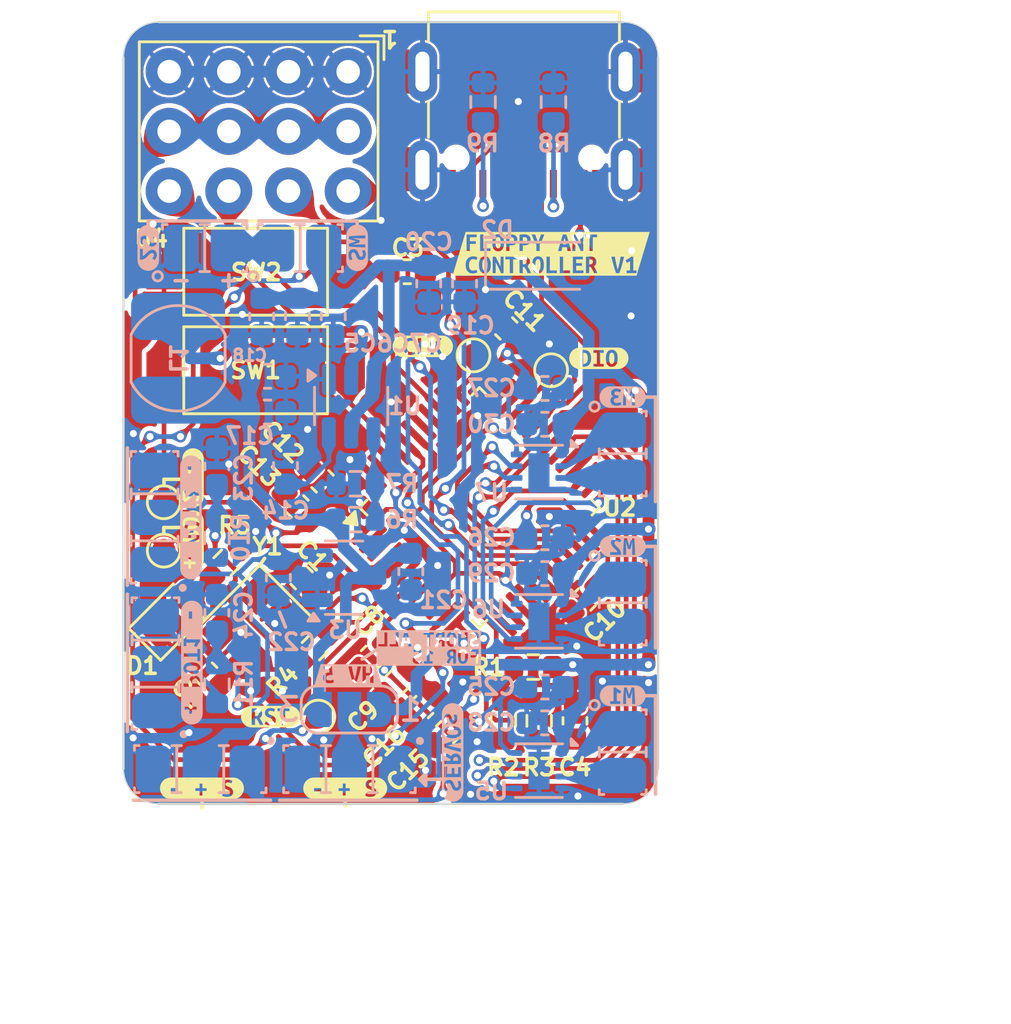
<source format=kicad_pcb>
(kicad_pcb (version 20240108) (generator "pcbnew") (generator_version "8.0")
  (layers (0 "F.Cu" signal) (31 "B.Cu" signal) (34 "B.Paste" user) (35 "F.Paste" user) (36 "B.SilkS" user "B.Silkscreen") (37 "F.SilkS" user "F.Silkscreen") (38 "B.Mask" user) (39 "F.Mask" user) (44 "Edge.Cuts" user))
  (net 0 "")
  (net 1 "/OSC_IN")
  (net 2 "GND")
  (net 3 "Net-(C2-Pad1)")
  (net 4 "/RESET")
  (net 5 "/VBAT")
  (net 6 "+BATT")
  (net 7 "+3V3")
  (net 8 "Net-(U1-VBST)")
  (net 9 "+5V")
  (net 10 "/ADC2")
  (net 11 "/ADC1")
  (net 12 "Net-(D1-A)")
  (net 13 "/VUSB")
  (net 21 "/BAT_2_SW")
  (net 22 "/CC2")
  (net 23 "Net-(J5-Pin_2)")
  (net 24 "Net-(J6-Pin_2)")
  (net 25 "/SERVO_2_SIG")
  (net 26 "/SERVO_1_SIG")
  (net 27 "Net-(J8-Pin_2)")
  (net 28 "/CC1")
  (net 29 "/M1+")
  (net 30 "/M1-")
  (net 31 "/M2-")
  (net 32 "/M2+")
  (net 33 "/M3-")
  (net 34 "/M3+")
  (net 35 "/SW")
  (net 36 "/OSC_OUT")
  (net 37 "Net-(U2-PC15)")
  (net 38 "/VBAT_DIV")
  (net 39 "/BOOT0")
  (net 40 "Net-(U2-PA13)")
  (net 41 "Net-(U2-PA14)")
  (net 42 "/~{M1_SLEEP}")
  (net 43 "/CH2")
  (net 44 "/M1_PWM")
  (net 45 "/M3_DIR")
  (net 46 "/M1_DIR")
  (net 47 "/CH4")
  (net 48 "/~{M2_SLEEP}")
  (net 49 "/M3_PWM")
  (net 53 "/CH3")
  (net 54 "/M2_PWM")
  (net 57 "/~{M3_SLEEP}")
  (net 60 "/M2_DIR")
  (net 61 "/CH1_PPM")
  (net 62 "/VFB")
  (net 63 "/USB_D-")
  (net 64 "/USB_D+")
  (footprint "Crystal:Crystal_SMD_3225-4Pin_3.2x2.5mm" (layer "F.Cu") (at 142.7988 93.9292 -135)
    (property "Reference" "Y1")
    (property "Value" "TAXM8M4RLBDDT2T")
  )
  (footprint "Resistor_SMD:R_0603_1608Metric" (layer "F.Cu") (at 154.94 97.9678 -90)
    (property "Reference" "R3")
    (property "Value" "10k")
  )
  (footprint "Capacitor_SMD:C_0603_1608Metric" (layer "F.Cu") (at 148.8948 96.3168 -135)
    (property "Reference" "C9")
    (property "Value" "100n")
  )
  (footprint "kibuzzard-667D8677" (layer "F.Cu") (at 157.48 82.55)
    (property "Reference" "kibuzzard-667D8677" (hide yes))
    (property "Value" "G***" (hide yes))
  )
  (footprint "Resistor_SMD:R_0603_1608Metric" (layer "F.Cu") (at 153.416 97.9678 -90)
    (property "Reference" "R2")
    (property "Value" "5.1k")
  )
  (footprint "Capacitor_SMD:C_0603_1608Metric" (layer "F.Cu") (at 156.464 97.9678 -90)
    (property "Reference" "C4")
    (property "Value" "1u")
  )
  (footprint "Capacitor_SMD:C_0603_1608Metric" (layer "F.Cu") (at 147.828 95.25 -135)
    (property "Reference" "C8")
    (property "Value" "4.7u")
  )
  (footprint "Capacitor_SMD:C_0603_1608Metric" (layer "F.Cu") (at 144.653 88.8492 135)
    (property "Reference" "C13")
    (property "Value" "100n")
  )
  (footprint "kibuzzard-667D85C4" (layer "F.Cu") (at 146.685 100.838)
    (property "Reference" "kibuzzard-667D85C4" (hide yes))
    (property "Value" "G***" (hide yes))
  )
  (footprint "TestPoint:TestPoint_Pad_D1.0mm" (layer "F.Cu") (at 138.9634 88.6714)
    (property "Reference" "TP4" (hide yes))
    (property "Value" "3V3")
  )
  (footprint "kibuzzard-667D8BED" (layer "F.Cu") (at 155.448 78.105)
    (property "Reference" "kibuzzard-667D8BED" (hide yes))
    (property "Value" "G***" (hide yes))
  )
  (footprint "TestPoint:TestPoint_Pad_D1.0mm" (layer "F.Cu") (at 138.9634 90.7288)
    (property "Reference" "TP5" (hide yes))
    (property "Value" "GND")
  )
  (footprint "Capacitor_SMD:C_0603_1608Metric" (layer "F.Cu") (at 144.8308 91.8972 -45)
    (property "Reference" "C1")
    (property "Value" "20p")
  )
  (footprint "_My_modules:FS2A 4CH reciever" (layer "F.Cu") (at 146.812 70.358 180)
    (property "Reference" "U4")
    (property "Value" "FS2A 4CH reciever")
  )
  (footprint "Capacitor_SMD:C_0603_1608Metric" (layer "F.Cu") (at 145.7198 87.7824 135)
    (property "Reference" "C12")
    (property "Value" "100n")
  )
  (footprint "Resistor_SMD:R_0603_1608Metric" (layer "F.Cu") (at 145.3896 94.8436 45)
    (property "Reference" "R4")
    (property "Value" "1k")
  )
  (footprint "TestPoint:TestPoint_Pad_D1.0mm" (layer "F.Cu") (at 155.448 83.058)
    (property "Reference" "TP2" (hide yes))
    (property "Value" "SWDIO")
  )
  (footprint "kibuzzard-667D8620" (layer "F.Cu") (at 143.51 97.79)
    (property "Reference" "kibuzzard-667D8620" (hide yes))
    (property "Value" "G***" (hide yes))
  )
  (footprint "Capacitor_SMD:C_0603_1608Metric" (layer "F.Cu") (at 140.7668 95.9612 135)
    (property "Reference" "C2")
    (property "Value" "20p")
  )
  (footprint "Resistor_SMD:R_0603_1608Metric" (layer "F.Cu") (at 154.686 95.6818 180)
    (property "Reference" "R1")
    (property "Value" "10k")
  )
  (footprint "Capacitor_SMD:C_0603_1608Metric" (layer "F.Cu") (at 149.9616 97.3836 -135)
    (property "Reference" "C16")
    (property "Value" "100n")
  )
  (footprint "kibuzzard-667D8665" (layer "F.Cu") (at 149.987 82.042)
    (property "Reference" "kibuzzard-667D8665" (hide yes))
    (property "Value" "G***" (hide yes))
  )
  (footprint "Capacitor_SMD:C_0603_1608Metric" (layer "F.Cu") (at 151.0284 98.4504 -135)
    (property "Reference" "C15")
    (property "Value" "1u")
  )
  (footprint "Button_Switch_SMD:SW_SPST_CK_RS282G05A3" (layer "F.Cu") (at 142.875 83.058)
    (property "Reference" "SW1")
    (property "Value" "BOOT0")
  )
  (footprint "kibuzzard-667D864A" (layer "F.Cu") (at 140.208 87.63 -90)
    (property "Reference" "kibuzzard-667D864A" (hide yes))
    (property "Value" "G***" (hide yes))
  )
  (footprint "kibuzzard-667D863C" (layer "F.Cu") (at 140.208 90.297 -90)
    (property "Reference" "kibuzzard-667D863C" (hide yes))
    (property "Value" "G***" (hide yes))
  )
  (footprint "Capacitor_SMD:C_0603_1608Metric" (layer "F.Cu") (at 156.8704 92.8116 -135)
    (property "Reference" "C10")
    (property "Value" "100n")
  )
  (footprint "Button_Switch_SMD:SW_SPST_CK_RS282G05A3" (layer "F.Cu") (at 142.875 78.867)
    (property "Reference" "SW2")
    (property "Value" "RESET")
  )
  (footprint "Resistor_SMD:R_0603_1608Metric" (layer "F.Cu") (at 141.6304 91.2368 45)
    (property "Reference" "R5")
    (property "Value" "5.1k")
  )
  (footprint "Capacitor_SMD:C_0603_1608Metric" (layer "F.Cu") (at 153.543 81.28 135)
    (property "Reference" "C11")
    (property "Value" "100n")
  )
  (footprint "TestPoint:TestPoint_Pad_D1.0mm" (layer "F.Cu") (at 152.146 82.423)
    (property "Reference" "TP3" (hide yes))
    (property "Value" "SWCLK")
  )
  (footprint "kibuzzard-667D85C4" (layer "F.Cu") (at 140.589 100.838)
    (property "Reference" "kibuzzard-667D85C4" (hide yes))
    (property "Value" "G***" (hide yes))
  )
  (footprint "TestPoint:TestPoint_Pad_D1.0mm" (layer "F.Cu") (at 145.542 97.79)
    (property "Reference" "TP1" (hide yes))
    (property "Value" "RST")
  )
  (footprint "Capacitor_SMD:C_0603_1608Metric" (layer "F.Cu") (at 149.3266 78.867)
    (property "Reference" "C3")
    (property "Value" "100n")
  )
  (footprint "Package_QFP:LQFP-48_7x7mm_P0.5mm" (layer "F.Cu") (at 152.4 88.9 45)
    (property "Reference" "U2")
    (property "Value" "STM32F070CBTx")
  )
  (footprint "_MIA footprint:USB_C_304A-ACP16X" (layer "F.Cu") (at 154.293 70.3555 180)
    (property "Reference" "J4" (hide yes))
    (property "Value" "USB-C_304A-ACP16X")
  )
  (footprint "LED_SMD:LED_0805_2012Metric" (layer "F.Cu") (at 139.3444 93.5228 45)
    (property "Reference" "D1")
    (property "Value" "STATUS")
  )
  (footprint "_MY_connectors:Pad 02x01" (layer "B.Cu") (at 158.496 85.6045 180)
    (property "Reference" "J11" (hide yes))
    (property "Value" "M3")
  )
  (footprint "Capacitor_SMD:C_0603_1608Metric" (layer "B.Cu") (at 143.383 83.312)
    (property "Reference" "C18")
    (property "Value" "22u")
  )
  (footprint "Capacitor_SMD:C_0603_1608Metric" (layer "B.Cu") (at 149.479 91.6178 -90)
    (property "Reference" "C21")
    (property "Value" "100n")
  )
  (footprint "_My_inductors:XRCD43-3R3M" (layer "B.Cu") (at 139.573 82.55 -90)
    (property "Reference" "L1")
    (property "Value" "3.3u")
  )
  (footprint "Jumper:SolderJumper-3_P1.3mm_Open_RoundedPad1.0x1.5mm_NumberLabels" (layer "B.Cu") (at 146.8628 97.4852 180)
    (property "Reference" "JP1" (hide yes))
    (property "Value" "SERVO2 PW")
  )
  (footprint "Capacitor_SMD:C_0603_1608Metric" (layer "B.Cu") (at 143.843 91.882 -90)
    (property "Reference" "C22")
    (property "Value" "1u")
  )
  (footprint "Resistor_SMD:R_0603_1608Metric" (layer "B.Cu") (at 155.5496 71.6534 90)
    (property "Reference" "R8")
    (property "Value" "5.1k")
  )
  (footprint "kibuzzard-667D8050" (layer "B.Cu") (at 158.496 96.901 180)
    (property "Reference" "kibuzzard-667D8050" (hide yes))
    (property "Value" "G***" (hide yes))
  )
  (footprint "_MY_connectors:Pad 03x01" (layer "B.Cu") (at 148.865905 100.022096 90)
    (property "Reference" "J8" (hide yes))
    (property "Value" "servo 1 (HV)")
  )
  (footprint "Package_TO_SOT_SMD:SOT-23-3" (layer "B.Cu") (at 146.637 91.882)
    (property "Reference" "U3")
    (property "Value" "XC6206PxxxMR")
  )
  (footprint "_MY_connectors:Pad 02x01" (layer "B.Cu") (at 158.496 91.948 180)
    (property "Reference" "J10" (hide yes))
    (property "Value" "M2")
  )
  (footprint "Capacitor_SMD:C_0603_1608Metric" (layer "B.Cu") (at 150.241 79.375 -90)
    (property "Reference" "C20")
    (property "Value" "100n")
  )
  (footprint "Package_SON:WSON-8-1EP_2x2mm_P0.5mm_EP0.9x1.6mm" (layer "B.Cu") (at 154.9305 87.3875 180)
    (property "Reference" "U7")
    (property "Value" "DRV8838")
  )
  (footprint "Capacitor_SMD:C_0603_1608Metric" (layer "B.Cu") (at 146.177 80.772 -90)
    (property "Reference" "C7")
    (property "Value" "100n")
  )
  (footprint "Resistor_SMD:R_0603_1608Metric" (layer "B.Cu") (at 147.13 87.884 180)
    (property "Reference" "R7")
    (property "Value" "10k")
  )
  (footprint "Resistor_SMD:R_0603_1608Metric" (layer "B.Cu") (at 141.224 96.4184 90)
    (property "Reference" "R11")
    (property "Value" "5.1k")
  )
  (footprint "_MY_connectors:Pad 03x01" (layer "B.Cu") (at 138.610905 97.536)
    (property "Reference" "J6" (hide yes))
    (property "Value" "custom analog 1")
  )
  (footprint "kibuzzard-667D823B" (layer "B.Cu") (at 138.303 77.851 90)
    (property "Reference" "kibuzzard-667D823B" (hide yes))
    (property "Value" "G***" (hide yes))
  )
  (footprint "Capacitor_SMD:C_0603_1608Metric" (layer "B.Cu") (at 151.765 79.375 -90)
    (property "Reference" "C19")
    (property "Value" "1u")
  )
  (footprint "_MY_connectors:Pad 03x01" (layer "B.Cu") (at 142.515905 100.022096 90)
    (property "Reference" "J7" (hide yes))
    (property "Value" "servo 2")
  )
  (footprint "kibuzzard-667D852D" (layer "B.Cu") (at 147.193 77.851 90)
    (property "Reference" "kibuzzard-667D852D" (hide yes))
    (property "Value" "G***" (hide yes))
  )
  (footprint "_MY_connectors:Pad 02x01" (layer "B.Cu") (at 139.7065 77.8605 -90)
    (property "Reference" "J2" (hide yes))
    (property "Value" "2s Battery")
  )
  (footprint "Capacitor_SMD:C_0603_1608Metric" (layer "B.Cu") (at 141.224 87.1474 -90)
    (property "Reference" "C23")
    (property "Value" "1u")
  )
  (footprint "Capacitor_SMD:C_0603_1608Metric" (layer "B.Cu") (at 143.383 84.836)
    (property "Reference" "C17")
    (property "Value" "22u")
  )
  (footprint "Capacitor_SMD:C_0603_1608Metric" (layer "B.Cu") (at 155.1845 98.0555 180)
    (property "Reference" "C28")
    (property "Value" "100n")
  )
  (footprint "Capacitor_SMD:C_0603_1608Metric" (layer "B.Cu") (at 155.1845 90.1815)
    (property "Reference" "C26")
    (property "Value" "100n")
  )
  (footprint "kibuzzard-667D8426" (layer "B.Cu") (at 146.812 96.012 180)
    (property "Reference" "kibuzzard-667D8426" (hide yes))
    (property "Value" "G***" (hide yes))
  )
  (footprint "Capacitor_SMD:C_0603_1608Metric" (layer "B.Cu") (at 141.224 93.3704 -90)
    (property "Reference" "C24")
    (property "Value" "1u")
  )
  (footprint "Capacitor_SMD:C_0603_1608Metric" (layer "B.Cu") (at 155.1845 83.8315)
    (property "Reference" "C27")
    (property "Value" "100n")
  )
  (footprint "Package_TO_SOT_SMD:SOT-23-6" (layer "B.Cu") (at 146.939 84.582 -90)
    (property "Reference" "U1")
    (property "Value" "TPS563201DDCR")
  )
  (footprint "_MY_connectors:Pad 02x01" (layer "B.Cu") (at 143.7705 77.8605 -90)
    (property "Reference" "J1" (hide yes))
    (property "Value" "B_SW")
  )
  (footprint "kibuzzard-667D8079" (layer "B.Cu") (at 158.496 84.201 180)
    (property "Reference" "kibuzzard-667D8079" (hide yes))
    (property "Value" "G***" (hide yes))
  )
  (footprint "Capacitor_SMD:C_0603_1608Metric" (layer "B.Cu") (at 144.145 87.122 90)
    (property "Reference" "C14")
    (property "Value" "100n")
  )
  (footprint "Resistor_SMD:R_0603_1608Metric" (layer "B.Cu") (at 147.13 89.408)
    (property "Reference" "R6")
    (property "Value" "54.9k")
  )
  (footprint "_MY_connectors:Pad 03x01" (layer "B.Cu") (at 138.570905 91.313)
    (property "Reference" "J5" (hide yes))
    (property "Value" "custom analog 2")
  )
  (footprint "Capacitor_SMD:C_0603_1608Metric" (layer "B.Cu") (at 155.1845 96.5315)
    (property "Reference" "C25")
    (property "Value" "100n")
  )
  (footprint "Package_SON:WSON-8-1EP_2x2mm_P0.5mm_EP0.9x1.6mm" (layer "B.Cu") (at 154.9305 100.0875 180)
    (property "Reference" "U5")
    (property "Value" "DRV8838")
  )
  (footprint "kibuzzard-667D81A5" (layer "B.Cu") (at 140.16001 95.491195 90)
    (property "Reference" "kibuzzard-667D81A5" (hide yes))
    (property "Value" "G***" (hide yes))
  )
  (footprint "Resistor_SMD:R_0603_1608Metric" (layer "B.Cu") (at 141.224 90.1954 90)
    (property "Reference" "R10")
    (property "Value" "5.1k")
  )
  (footprint "Capacitor_SMD:C_0603_1608Metric" (layer "B.Cu") (at 155.1845 85.3555 180)
    (property "Reference" "C30")
    (property "Value" "100n")
  )
  (footprint "_MY_connectors:Pad 02x01" (layer "B.Cu") (at 158.496 98.298 180)
    (property "Reference" "J9" (hide yes))
    (property "Value" "M1")
  )
  (footprint "Capacitor_SMD:C_0603_1608Metric" (layer "B.Cu") (at 143.129 80.772 -90)
    (property "Reference" "C5")
    (property "Value" "22u")
  )
  (footprint "kibuzzard-667D80C1" (layer "B.Cu") (at 151.257 99.314 90)
    (property "Reference" "kibuzzard-667D80C1" (hide yes))
    (property "Value" "G***" (hide yes))
  )
  (footprint "Capacitor_SMD:C_0603_1608Metric" (layer "B.Cu") (at 144.653 80.772 -90)
    (property "Reference" "C6")
    (property "Value" "22u")
  )
  (footprint "Resistor_SMD:R_0603_1608Metric" (layer "B.Cu") (at 152.5524 71.6534 90)
    (property "Reference" "R9")
    (property "Value" "5.1k")
  )
  (footprint "kibuzzard-667D8080" (layer "B.Cu") (at 158.496 90.551 180)
    (property "Reference" "kibuzzard-667D8080" (hide yes))
    (property "Value" "G***" (hide yes))
  )
  (footprint "Capacitor_SMD:C_0603_1608Metric" (layer "B.Cu") (at 155.1845 91.7055 180)
    (property "Reference" "C29")
    (property "Value" "100n")
  )
  (footprint "Package_SON:WSON-8-1EP_2x2mm_P0.5mm_EP0.9x1.6mm" (layer "B.Cu") (at 154.9305 93.7375 180)
    (property "Reference" "U6")
    (property "Value" "DRV8838")
  )
  (footprint "kibuzzard-667D84C3" (layer "B.Cu") (at 150.241 94.869 180)
    (property "Reference" "kibuzzard-667D84C3" (hide yes))
    (property "Value" "G***" (hide yes))
  )
  (footprint "kibuzzard-667D81AF" (layer "B.Cu") (at 140.120297 89.315742 90)
    (property "Reference" "kibuzzard-667D81AF" (hide yes))
    (property "Value" "G***" (hide yes))
  )
  (footprint "Diode_SMD:D_SOD-123" (layer "B.Cu") (at 155.0162 78.613)
    (property "Reference" "D2")
    (property "Value" "SD103AW")
  )
  (gr_line (start 159.479185 90.551) (end 159.893 90.551) (stroke (width 0.15)) (layer "B.SilkS"))
  (gr_line (start 159.893 90.551) (end 159.893 90.932) (stroke (width 0.15)) (layer "B.SilkS"))
  (gr_line (start 146.558 76.708) (end 147.193 76.708) (stroke (width 0.15)) (layer "B.SilkS"))
  (gr_line (start 143.51 101.346) (end 137.668 101.346) (stroke (width 0.15)) (layer "B.SilkS"))
  (gr_line (start 150.114 100.711) (end 149.86 100.457) (stroke (width 0.15)) (layer "B.SilkS"))
  (gr_line (start 144.145 93.98) (end 143.891 93.345) (stroke (width 0.15)) (layer "B.SilkS"))
  (gr_line (start 141.732 79.502) (end 141.732 78.994) (stroke (width 0.15)) (layer "B.SilkS"))
  (gr_line (start 141.478 79.248) (end 141.986 79.248) (stroke (width 0.15)) (layer "B.SilkS"))
  (gr_line (start 159.893 97.282) (end 159.893 101.092) (stroke (width 0.15)) (layer "B.SilkS"))
  (gr_line (start 143.002 76.708) (end 146.558 76.708) (stroke (width 0.15)) (layer "B.SilkS"))
  (gr_line (start 147.193 76.708) (end 147.193 76.861595) (stroke (width 0.15)) (layer "B.SilkS"))
  (gr_line (start 149.733 101.346) (end 143.891 101.346) (stroke (width 0.15)) (layer "B.SilkS"))
  (gr_line (start 150.876 100.457) (end 149.86 100.457) (stroke (width 0.15)) (layer "B.SilkS"))
  (gr_line (start 137.414 92.583) (end 137.414 98.425) (stroke (width 0.15)) (layer "B.SilkS"))
  (gr_line (start 159.469573 96.901) (end 159.893 96.901) (stroke (width 0.15)) (layer "B.SilkS"))
  (gr_line (start 159.893 90.932) (end 159.893 94.869) (stroke (width 0.15)) (layer "B.SilkS"))
  (gr_line (start 149.86 100.457) (end 150.114 100.203) (stroke (width 0.15)) (layer "B.SilkS"))
  (gr_line (start 138.938 76.708) (end 138.303 76.708) (stroke (width 0.15)) (layer "B.SilkS"))
  (gr_line (start 139.446 79.248) (end 139.954 79.248) (stroke (width 0.15)) (layer "B.SilkS"))
  (gr_line (start 148.146164 94.869) (end 147.40796 95.344031) (stroke (width 0.15)) (layer "B.SilkS"))
  (gr_line (start 150.114 100.203) (end 150.114 100.711) (stroke (width 0.15)) (layer "B.SilkS"))
  (gr_line (start 137.414 86.36) (end 137.414 92.202) (stroke (width 0.15)) (layer "B.SilkS"))
  (gr_line (start 159.893 84.201) (end 159.480316 84.201) (stroke (width 0.15)) (layer "B.SilkS"))
  (gr_line (start 138.938 76.708) (end 142.494 76.708) (stroke (width 0.15)) (layer "B.SilkS"))
  (gr_line (start 159.893 84.582) (end 159.893 84.201) (stroke (width 0.15)) (layer "B.SilkS"))
  (gr_line (start 159.893 96.901) (end 159.893 97.282) (stroke (width 0.15)) (layer "B.SilkS"))
  (gr_line (start 159.893 84.582) (end 159.893 88.646) (stroke (width 0.15)) (layer "B.SilkS"))
  (gr_line (start 138.303 76.708) (end 138.303 76.872904) (stroke (width 0.15)) (layer "B.SilkS"))
  (gr_line (start 138.973606 87.696101) (end 139.758485 87.692815) (stroke (width 0.15)) (layer "F.SilkS"))
  (gr_line (start 146.685 101.473) (end 146.685 101.6) (stroke (width 0.15)) (layer "F.SilkS"))
  (gr_line (start 138.97339 87.956117) (end 138.973606 87.696101) (stroke (width 0.15)) (layer "F.SilkS"))
  (gr_line (start 140.589 101.2825) (end 140.589 101.6635) (stroke (width 0.15)) (layer "F.SilkS"))
  (gr_line (start 146.685 101.219) (end 146.685 101.473) (stroke (width 0.15)) (layer "F.SilkS"))
  (gr_line (start 143.256 91.059) (end 143.046287 91.34826) (stroke (width 0.15)) (layer "F.SilkS"))
  (gr_line (start 138.964501 89.748014) (end 139.74938 89.744728) (stroke (width 0.15)) (layer "F.SilkS"))
  (gr_line (start 138.964285 90.00803) (end 138.964501 89.748014) (stroke (width 0.15)) (layer "F.SilkS"))
  (gr_arc (start 137.25 69.75) (mid 137.68934 68.68934) (end 138.75 68.25) (stroke (width 0.05)) (layer "Edge.Cuts"))
  (gr_line (start 138.75 68.25) (end 158.5 68.25) (stroke (width 0.1)) (layer "Edge.Cuts"))
  (gr_arc (start 138.75 101.5) (mid 137.68934 101.06066) (end 137.25 100) (stroke (width 0.05)) (layer "Edge.Cuts"))
  (gr_line (start 160 69.75) (end 160 100) (stroke (width 0.1)) (layer "Edge.Cuts"))
  (gr_arc (start 158.5 68.25) (mid 159.56066 68.68934) (end 160 69.75) (stroke (width 0.05)) (layer "Edge.Cuts"))
  (gr_line (start 137.25 100) (end 137.25 69.75) (stroke (width 0.1)) (layer "Edge.Cuts"))
  (gr_line (start 158.5 101.5) (end 138.75 101.5) (stroke (width 0.1)) (layer "Edge.Cuts"))
  (gr_arc (start 160 100) (mid 159.56066 101.06066) (end 158.5 101.5) (stroke (width 0.05)) (layer "Edge.Cuts"))
  (segment (start 148.926338 91.313002) (end 148.43193 91.80741) (width 0.2) (layer "F.Cu") (net 1))
  (segment (start 146.2024 90.932) (end 144.699984 90.932) (width 0.2) (layer "F.Cu") (net 1))
  (segment (start 144.699984 90.932) (end 144.282792 91.349192) (width 0.2) (layer "F.Cu") (net 1))
  (segment (start 147.07781 91.80741) (end 146.2024 90.932) (width 0.2) (layer "F.Cu") (net 1))
  (segment (start 144.176727 91.349192) (end 142.975577 92.550342) (width 0.2) (layer "F.Cu") (net 1))
  (segment (start 144.282792 91.349192) (end 144.176727 91.349192) (width 0.2) (layer "F.Cu") (net 1))
  (segment (start 148.43193 91.80741) (end 147.07781 91.80741) (width 0.2) (layer "F.Cu") (net 1))
  (segment (start 152.3404 84.9718) (end 152.3238 84.9884) (width 0.2) (layer "F.Cu") (net 2))
  (segment (start 153.752342 84.365678) (end 153.14622 84.9718) (width 0.2) (layer "F.Cu") (net 2))
  (segment (start 153.14622 84.9718) (end 152.3404 84.9718) (width 0.2) (layer "F.Cu") (net 2))
  (via (at 152.3238 84.9884) (size 0.5) (drill 0.3) (layers "F.Cu" "B.Cu") (net 2))
  (via (at 145.0848 85.5726) (size 0.5) (drill 0.3) (layers "F.Cu" "B.Cu") (net 2))
  (via (at 158.8516 80.7466) (size 0.5) (drill 0.3) (layers "F.Cu" "B.Cu") (net 2))
  (via (at 142.243069 94.202087) (size 0.5) (drill 0.3) (layers "F.Cu" "B.Cu") (net 2))
  (via (at 150.622 91.3638) (size 0.5) (drill 0.3) (layers "F.Cu" "B.Cu") (net 2))
  (via (at 150.8252 82.4738) (size 0.5) (drill 0.3) (layers "F.Cu" "B.Cu") (net 2))
  (via (at 142.308035 80.67977) (size 0.5) (drill 0.3) (layers "F.Cu" "B.Cu") (net 2))
  (via (at 137.658871 98.69256) (size 0.5) (drill 0.3) (layers "F.Cu" "B.Cu") (net 2))
  (via (at 145.7706 98.7806) (size 0.5) (drill 0.3) (layers "F.Cu" "B.Cu") (net 2))
  (via (at 156.5402 94.7928) (size 0.5) (drill 0.3) (layers "F.Cu" "B.Cu") (net 2))
  (via (at 156.591 101.1682) (size 0.5) (drill 0.3) (layers "F.Cu" "B.Cu") (net 2))
  (via (at 155.3718 89.281) (size 0.5) (drill 0.3) (layers "F.Cu" "B.Cu") (net 2))
  (via (at 159.595531 96.346127) (size 0.5) (drill 0.3) (layers "F.Cu" "B.Cu") (net 2))
  (via (at 148.209 76.6826) (size 0.5) (drill 0.3) (layers "F.Cu" "B.Cu") (net 2))
  (via (at 150.106091 100.068091) (size 0.5) (drill 0.3) (layers "F.Cu" "B.Cu") (net 2))
  (via (at 148.6408 84.4042) (size 0.5) (drill 0.3) (layers "F.Cu" "B.Cu") (net 2))
  (via (at 155.3718 81.9404) (size 0.5) (drill 0.3) (layers "F.Cu" "B.Cu") (net 2))
  (via (at 137.668 85.7504) (size 0.5) (drill 0.3) (layers "F.Cu" "B.Cu") (net 2))
  (via (at 152.2984 98.8568) (size 0.5) (drill 0.3) (layers "F.Cu" "B.Cu") (net 2))
  (via (at 147.291823 88.6714) (size 0.5) (drill 0.3) (layers "F.Cu" "B.Cu") (net 2))
  (via (at 154.051 71.628) (size 0.5) (drill 0.3) (layers "F.Cu" "B.Cu") (net 2))
  (via (at 152.019 101.092) (size 0.5) (drill 0.3) (layers "F.Cu" "B.Cu") (net 2))
  (via (at 138.508098 76.835) (size 0.5) (drill 0.3) (layers "F.Cu" "B.Cu") (net 2))
  (via (at 140.035328 98.467569) (size 0.5) (drill 0.3) (layers "F.Cu" "B.Cu") (net 2))
  (via (at 152.654 79.629) (size 0.5) (drill 0.3) (layers "F.Cu" "B.Cu") (net 2))
  (via (at 143.6878 93.8276) (size 0.5) (drill 0.3) (layers "F.Cu" "B.Cu") (net 2))
  (via (at 146.887439 86.859068) (size 0.5) (drill 0.3) (layers "F.Cu" "B.Cu") (net 2))
  (via (at 146.0246 91.7702) (size 0.5) (drill 0.3) (layers "F.Cu" "B.Cu") (net 2))
  (via (at 142.663 96.696504) (size 0.5) (drill 0.3) (layers "F.Cu" "B.Cu") (net 2))
  (via (at 142.875 89.916) (size 0.5) (drill 0.3) (layers "F.Cu" "B.Cu") (net 2))
  (via (at 157.6324 96.279356) (size 0.5) (drill 0.3) (layers "F.Cu" "B.Cu") (net 2))
  (via (at 144.018 96.6978) (size 0.5) (drill 0.3) (layers "F.Cu" "B.Cu") (net 2))
  (via (at 158.877 77.978) (size 0.5) (drill 0.3) (layers "F.Cu" "B.Cu") (net 2))
  (via (at 149.1996 89.8652) (size 0.5) (drill 0.3) (layers "F.Cu" "B.Cu") (net 2))
  (via (at 141.732 87.0458) (size 0.5) (drill 0.3) (layers "F.Cu" "B.Cu") (net 2))
  (via (at 151.6888 96.3168) (size 0.5) (drill 0.3) (layers "F.Cu" "B.Cu") (net 2))
  (via (at 147.828 98.7298) (size 0.5) (drill 0.3) (layers "F.Cu" "B.Cu") (net 2))
  (segment (start 154.4355 91.7055) (end 155.9595 90.1815) (width 0.5) (layer "B.Cu") (net 2))
  (segment (start 154.4355 85.3555) (end 155.9595 83.8315) (width 0.5) (layer "B.Cu") (net 2))
  (segment (start 154.4095 91.7055) (end 154.4355 91.7055) (width 0.5) (layer "B.Cu") (net 2))
  (segment (start 146.812 70.358) (end 144.272 70.358) (width 0.5) (layer "B.Cu") (net 2))
  (segment (start 139.192 70.358) (end 141.732 70.358) (width 0.5) (layer "B.Cu") (net 2))
  (segment (start 154.4095 85.3555) (end 154.4355 85.3555) (width 0.5) (layer "B.Cu") (net 2))
  (segment (start 141.732 70.358) (end 144.272 70.358) (width 0.5) (layer "B.Cu") (net 2))
  (segment (start 154.4355 98.0555) (end 155.9595 96.5315) (width 0.5) (layer "B.Cu") (net 2))
  (segment (start 154.4095 98.0555) (end 154.4355 98.0555) (width 0.5) (layer "B.Cu") (net 2))
  (segment (start 144.806237 95.426963) (end 144.4498 95.7834) (width 0.2) (layer "F.Cu") (net 3))
  (segment (start 141.420873 96.509208) (end 142.622023 95.308058) (width 0.2) (layer "F.Cu") (net 3))
  (segment (start 143.097365 95.7834) (end 142.622023 95.308058) (width 0.2) (layer "F.Cu") (net 3))
  (segment (start 141.314808 96.509208) (end 141.420873 96.509208) (width 0.2) (layer "F.Cu") (net 3))
  (segment (start 144.4498 95.7834) (end 143.097365 95.7834) (width 0.2) (layer "F.Cu") (net 3))
  (segment (start 144.859889 98.382326) (end 145.452215 97.79) (width 0.2) (layer "F.Cu") (net 4))
  (segment (start 145.542 95.7834) (end 147.1986 94.1268) (width 0.2) (layer "F.Cu") (net 4))
  (segment (start 145.542 97.79) (end 145.542 95.7834) (width 0.2) (layer "F.Cu") (net 4))
  (segment (start 139.3952 99.6188) (end 137.637987 97.861587) (width 0.2) (layer "F.Cu") (net 4))
  (segment (start 148.5516 78.867) (end 146.775 78.867) (width 0.2) (layer "F.Cu") (net 4))
  (segment (start 142.3924 99.6188) (end 139.3952 99.6188) (width 0.2) (layer "F.Cu") (net 4))
  (segment (start 141.966777 79.949858) (end 140.2176 81.699035) (width 0.2) (layer "F.Cu") (net 4))
  (segment (start 137.637987 86.618613) (end 138.3792 85.8774) (width 0.2) (layer "F.Cu") (net 4))
  (segment (start 144.7292 79.0702) (end 144.9832 79.0702) (width 0.2) (layer "F.Cu") (net 4))
  (segment (start 144.9832 79.0702) (end 145.1864 78.867) (width 0.2) (layer "F.Cu") (net 4))
  (segment (start 145.1864 78.867) (end 146.775 78.867) (width 0.2) (layer "F.Cu") (net 4))
  (segment (start 143.2941 98.7171) (end 142.3924 99.6188) (width 0.2) (layer "F.Cu") (net 4))
  (segment (start 140.2176 85.3344) (end 139.6746 85.8774) (width 0.2) (layer "F.Cu") (net 4))
  (segment (start 147.526754 94.1268) (end 149.633445 92.020109) (width 0.2) (layer "F.Cu") (net 4))
  (segment (start 147.1986 94.1268) (end 147.526754 94.1268) (width 0.2) (layer "F.Cu") (net 4))
  (segment (start 140.2176 81.699035) (end 140.2176 85.3344) (width 0.2) (layer "F.Cu") (net 4))
  (segment (start 145.452215 97.79) (end 145.542 97.79) (width 0.2) (layer "F.Cu") (net 4))
  (segment (start 137.637987 97.861587) (end 137.637987 86.618613) (width 0.2) (layer "F.Cu") (net 4))
  (via (at 144.7292 79.0702) (size 0.5) (drill 0.3) (layers "F.Cu" "B.Cu") (net 4))
  (via (at 144.859889 98.382326) (size 0.5) (drill 0.3) (layers "F.Cu" "B.Cu") (net 4))
  (via (at 138.3792 85.8774) (size 0.5) (drill 0.3) (layers "F.Cu" "B.Cu") (net 4))
  (via (at 141.966777 79.949858) (size 0.5) (drill 0.3) (layers "F.Cu" "B.Cu") (net 4))
  (via (at 143.2941 98.7171) (size 0.5) (drill 0.3) (layers "F.Cu" "B.Cu") (net 4))
  (via (at 139.6746 85.8774) (size 0.5) (drill 0.3) (layers "F.Cu" "B.Cu") (net 4))
  (segment (start 144.5524 79.247) (end 144.7292 79.0702) (width 0.2) (layer "B.Cu") (net 4))
  (segment (start 141.966777 79.949858) (end 141.966777 79.935527) (width 0.2) (layer "B.Cu") (net 4))
  (segment (start 141.966777 79.935527) (end 142.655304 79.247) (width 0.2) (layer "B.Cu") (net 4))
  (segment (start 142.655304 79.247) (end 144.5524 79.247) (width 0.2) (layer "B.Cu") (net 4))
  (segment (start 143.2941 98.7171) (end 143.628874 98.382326) (width 0.2) (layer "B.Cu") (net 4))
  (segment (start 138.3792 85.8774) (end 139.6746 85.8774) (width 0.2) (layer "B.Cu") (net 4))
  (segment (start 143.628874 98.382326) (end 144.859889 98.382326) (width 0.2) (layer "B.Cu") (net 4))
  (segment (start 156.464 98.7428) (end 154.99 98.7428) (width 0.2) (layer "F.Cu") (net 5))
  (segment (start 152.691 96.750862) (end 152.691 97.534738) (width 0.2) (layer "F.Cu") (net 5))
  (segment (start 154.0896 97.9424) (end 154.94 98.7928) (width 0.2) (layer "F.Cu") (net 5))
  (segment (start 152.691 97.534738) (end 153.098662 97.9424) (width 0.2) (layer "F.Cu") (net 5))
  (segment (start 153.1112 96.330662) (end 152.691 96.750862) (width 0.2) (layer "F.Cu") (net 5))
  (segment (start 154.99 98.7428) (end 154.94 98.7928) (width 0.2) (layer "F.Cu") (net 5))
  (segment (start 153.098662 97.9424) (end 154.0896 97.9424) (width 0.2) (layer "F.Cu") (net 5))
  (segment (start 150.694105 93.080769) (end 151.293474 92.4814) (width 0.2) (layer "F.Cu") (net 5))
  (segment (start 151.526626 92.4814) (end 153.1112 94.065974) (width 0.2) (layer "F.Cu") (net 5))
  (segment (start 151.293474 92.4814) (end 151.526626 92.4814) (width 0.2) (layer "F.Cu") (net 5))
  (segment (start 153.1112 94.065974) (end 153.1112 96.330662) (width 0.2) (layer "F.Cu") (net 5))
  (segment (start 159.5928 95.579356) (end 159.5928 84.485) (width 0.5) (layer "F.Cu") (net 6))
  (segment (start 155.511 95.6818) (end 156.268364 95.6818) (width 0.2) (layer "F.Cu") (net 6))
  (segment (start 159.5928 84.485) (end 159.0294 83.9216) (width 0.5) (layer "F.Cu") (net 6))
  (segment (start 156.268364 95.6818) (end 156.370808 95.579356) (width 0.2) (layer "F.Cu") (net 6))
  (via (at 159.5928 89.8144) (size 0.6) (drill 0.3) (layers "F.Cu" "B.Cu") (net 6))
  (via (at 159.0294 83.9216) (size 0.6) (drill 0.3) (layers "F.Cu" "B.Cu") (net 6))
  (via (at 156.370808 95.579356) (size 0.6) (drill 0.3) (layers "F.Cu" "B.Cu") (net 6))
  (via (at 159.5928 95.579356) (size 0.6) (drill 0.3) (layers "F.Cu" "B.Cu") (net 6))
  (segment (start 149.1996 97.4852) (end 149.7188 96.966) (width 0.5) (layer "B.Cu") (net 6))
  (segment (start 158.2674 83.1596) (end 159.0294 83.9216) (width 0.5) (layer "B.Cu") (net 6))
  (segment (start 157.226 95.579356) (end 156.370808 95.579356) (width 0.5) (layer "B.Cu") (net 6))
  (segment (start 150.501001 95.218599) (end 151.127144 95.218599) (width 0.5) (layer "B.Cu") (net 6))
  (segment (start 153.3662 78.613) (end 151.778 78.613) (width 0.5) (layer "B.Cu") (net 6))
  (segment (start 150.241 78.6) (end 151.765 78.6) (width 0.5) (layer "B.Cu") (net 6))
  (segment (start 154.1526 78.613) (end 153.3662 78.613) (width 0.5) (layer "B.Cu") (net 6))
  (segment (start 147.889 82.782001) (end 148.5392 82.131801) (width 0.5) (layer "B.Cu") (net 6))
  (segment (start 156.8595 97.1555) (end 156.8595 95.8741) (width 0.5) (layer "B.Cu") (net 6))
  (segment (start 148.5392 78.6508) (end 148.4884 78.6) (width 0.5) (layer "B.Cu") (net 6))
  (segment (start 157.0482 83.1596) (end 158.2674 83.1596) (width 0.5) (layer "B.Cu") (net 6))
  (segment (start 149.7188 96.0008) (end 150.501001 95.218599) (width 0.5) (layer "B.Cu") (net 6))
  (segment (start 148.4884 78.6) (end 150.241 78.6) (width 0.5) (layer "B.Cu") (net 6))
  (segment (start 143.129 79.997) (end 144.653 79.997) (width 0.5) (layer "B.Cu") (net 6))
  (segment (start 155.9595 98.0555) (end 155.9595 99.1835) (width 0.5) (layer "B.Cu") (net 6))
  (segment (start 157.0482 81.5086) (end 154.1526 78.613) (width 0.5) (layer "B.Cu") (net 6))
  (segment (start 156.564756 95.579356) (end 156.370808 95.579356) (width 0.5) (layer "B.Cu") (net 6))
  (segment (start 147.889 84.14) (end 146.939 85.09) (width 0.5) (layer "B.Cu") (net 6))
  (segment (start 157.0482 84.4042) (end 157.0482 83.1596) (width 0.5) (layer "B.Cu") (net 6))
  (segment (start 155.9595 91.7055) (end 155.9595 92.8335) (width 0.5) (layer "B.Cu") (net 6))
  (segment (start 155.9595 85.3555) (end 156.0969 85.3555) (width 0.5) (layer "B.Cu") (net 6))
  (segment (start 157.0482 83.1596) (end 157.0482 81.5086) (width 0.5) (layer "B.Cu") (net 6))
  (segment (start 148.1204 78.6) (end 148.4884 78.6) (width 0.5) (layer "B.Cu") (net 6))
  (segment (start 159.5928 95.579356) (end 157.226 95.579356) (width 0.5) (layer "B.Cu") (net 6))
  (segment (start 147.889 83.4445) (end 147.889 82.782001) (width 0.5) (layer "B.Cu") (net 6))
  (segment (start 157.8506 89.8144) (end 155.9595 91.7055) (width 0.5) (layer "B.Cu") (net 6))
  (segment (start 151.487901 95.579356) (end 156.370808 95.579356) (width 0.5) (layer "B.Cu") (net 6))
  (segment (start 145.7705 79.5905) (end 146.177 79.997) (width 0.5) (layer "B.Cu") (net 6))
  (segment (start 159.5928 89.8144) (end 157.8506 89.8144) (width 0.5) (layer "B.Cu") (net 6))
  (segment (start 155.9595 99.1835) (end 155.8805 99.2625) (width 0.5) (layer "B.Cu") (net 6))
  (segment (start 148.1628 97.4852) (end 149.1996 97.4852) (width 0.5) (layer "B.Cu") (net 6))
  (segment (start 155.9595 98.0555) (end 156.8595 97.1555) (width 0.5) (layer "B.Cu") (net 6))
  (segment (start 147.889 83.4445) (end 147.889 84.14) (width 0.5) (layer "B.Cu") (net 6))
  (segment (start 155.9595 86.4835) (end 155.8805 86.5625) (width 0.5) (layer "B.Cu") (net 6))
  (segment (start 151.778 78.613) (end 151.765 78.6) (width 0.5) (layer "B.Cu") (net 6))
  (segment (start 146.7234 79.997) (end 148.1204 78.6) (width 0.5) (layer "B.Cu") (net 6))
  (segment (start 148.5392 82.131801) (end 148.5392 78.6508) (width 0.5) (layer "B.Cu") (net 6))
  (segment (start 149.7188 96.966) (end 149.7188 96.0008) (width 0.5) (layer "B.Cu") (net 6))
  (segment (start 156.8595 95.8741) (end 156.931256 95.8741) (width 0.5) (layer "B.Cu") (net 6))
  (segment (start 156.0969 85.3555) (end 157.0482 84.4042) (width 0.5) (layer "B.Cu") (net 6))
  (segment (start 156.8595 95.8741) (end 156.564756 95.579356) (width 0.5) (layer "B.Cu") (net 6))
  (segment (start 146.177 79.997) (end 144.653 79.997) (width 0.5) (layer "B.Cu") (net 6))
  (segment (start 156.931256 95.8741) (end 157.226 95.579356) (width 0.5) (layer "B.Cu") (net 6))
  (segment (start 151.127144 95.218599) (end 151.487901 95.579356) (width 0.5) (layer "B.Cu") (net 6))
  (segment (start 155.9595 92.8335) (end 155.8805 92.9125) (width 0.5) (layer "B.Cu") (net 6))
  (segment (start 146.939 85.09) (end 146.939 85.7195) (width 0.5) (layer "B.Cu") (net 6))
  (segment (start 155.9595 85.3555) (end 155.9595 86.4835) (width 0.5) (layer "B.Cu") (net 6))
  (segment (start 146.177 79.997) (end 146.7234 79.997) (width 0.5) (layer "B.Cu") (net 6))
  (segment (start 145.7705 77.8605) (end 145.7705 79.5905) (width 0.5) (layer "B.Cu") (net 6))
  (segment (start 152.7302 85.5218) (end 152.9842 85.5218) (width 0.2) (layer "F.Cu") (net 7))
  (segment (start 149.968 88.8682) (end 149.968 88.284) (width 0.2) (layer "F.Cu") (net 7))
  (segment (start 147.291936 88.1214) (end 147.095154 88.1214) (width 0.2) (layer "F.Cu") (net 7))
  (segment (start 143.7386 89.9756) (end 143.7474 89.9668) (width 0.2) (layer "F.Cu") (net 7))
  (segment (start 153.035 83.648336) (end 153.398788 84.012124) (width 0.2) (layer "F.Cu") (net 7))
  (segment (start 154.794 88.5888) (end 155.977888 88.5888) (width 0.2) (layer "F.Cu") (net 7))
  (segment (start 148.7678 88.9762) (end 149.037264 89.245664) (width 0.2) (layer "F.Cu") (net 7))
  (segment (start 149.796143 93.271623) (end 150.340551 92.727215) (width 0.2) (layer "F.Cu") (net 7))
  (segment (start 148.434712 88.9762) (end 148.7678 88.9762) (width 0.2) (layer "F.Cu") (net 7))
  (segment (start 147.512124 89.898788) (end 148.434712 88.9762) (width 0.2) (layer "F.Cu") (net 7))
  (segment (start 153.583008 82.336008) (end 154.091008 81.828008) (width 0.2) (layer "F.Cu") (net 7))
  (segment (start 138.9634 88.6714) (end 142.4344 88.6714) (width 0.2) (layer "F.Cu") (net 7))
  (segment (start 151.576408 97.902392) (end 150.509608 96.835592) (width 0.2) (layer "F.Cu") (net 7))
  (segment (start 146.894133 87.920379) (end 146.677837 87.920379) (width 0.2) (layer "F.Cu") (net 7))
  (segment (start 145.201008 89.397208) (end 146.267808 88.330408) (width 0.2) (layer "F.Cu") (net 7))
  (segment (start 157.861 91.821) (end 157.418408 92.263592) (width 0.2) (layer "F.Cu") (net 7))
  (segment (start 146.677837 87.920379) (end 146.267808 88.330408) (width 0.2) (layer "F.Cu") (net 7))
  (segment (start 147.512124 87.901212) (end 147.291936 88.1214) (width 0.2) (layer "F.Cu") (net 7))
  (segment (start 151.668694 97.994678) (end 151.576408 97.902392) (width 0.2) (layer "F.Cu") (net 7))
  (segment (start 143.7474 89.9668) (end 144.631416 89.9668) (width 0.2) (layer "F.Cu") (net 7))
  (segment (start 142.4344 88.6714) (end 143.7386 89.9756) (width 0.2) (layer "F.Cu") (net 7))
  (segment (start 157.861 90.471912) (end 157.861 91.821) (width 0.2) (layer "F.Cu") (net 7))
  (segment (start 137.7442 80.5434) (end 138.975 81.7742) (width 0.2) (layer "F.Cu") (net 7))
  (segment (start 151.373766 91.208052) (end 149.411378 89.245664) (width 0.2) (layer "F.Cu") (net 7))
  (segment (start 148.376008 93.843232) (end 148.947617 93.271623) (width 0.2) (layer "F.Cu") (net 7))
  (segment (start 139.192 72.898) (end 137.7442 74.3458) (width 0.2) (layer "F.Cu") (net 7))
  (segment (start 154.4066 89.24601) (end 154.4066 88.9762) (width 0.2) (layer "F.Cu") (net 7))
  (segment (start 137.7442 74.3458) (end 137.7442 80.5434) (width 0.2) (layer "F.Cu") (net 7))
  (segment (start 150.509608 96.835592) (end 149.442808 95.768792) (width 0.2) (layer "F.Cu") (net 7))
  (segment (start 148.947617 93.271623) (end 149.796143 93.271623) (width 0.2) (layer "F.Cu") (net 7))
  (segment (start 148.376008 94.701992) (end 148.376008 93.843232) (width 0.2) (layer "F.Cu") (net 7))
  (segment (start 146.335536 88.7222) (end 147.512124 89.898788) (width 0.2) (layer "F.Cu") (net 7))
  (segment (start 153.583008 82.336008) (end 153.035 82.884016) (width 0.2) (layer "F.Cu") (net 7))
  (segment (start 155.977888 88.5888) (end 157.287876 89.898788) (width 0.2) (layer "F.Cu") (net 7))
  (segment (start 153.035 82.884016) (end 153.035 83.648336) (width 0.2) (layer "F.Cu") (net 7))
  (segment (start 151.373766 91.694) (end 150.340551 92.727215) (width 0.2) (layer "F.Cu") (net 7))
  (segment (start 153.50982 91.994634) (end 153.209186 91.694) (width 0.2) (layer "F.Cu") (net 7))
  (segment (start 151.373766 91.694) (end 151.373766 91.208052) (width 0.2) (layer "F.Cu") (net 7))
  (segment (start 138.975 88.6322) (end 138.975 83.058) (width 0.2) (layer "F.Cu") (net 7))
  (segment (start 148.376008 94.701992) (end 149.442808 95.768792) (width 0.2) (layer "F.Cu") (net 7))
  (segment (start 149.590536 89.245664) (end 149.968 88.8682) (width 0.2) (layer "F.Cu") (net 7))
  (segment (start 152.373122 97.994678) (end 151.668694 97.994678) (width 0.2) (layer "F.Cu") (net 7))
  (segment (start 145.201008 89.397208) (end 145.876016 88.7222) (width 0.2) (layer "F.Cu") (net 7))
  (segment (start 138.975 81.7742) (end 138.975 83.058) (width 0.2) (layer "F.Cu") (net 7))
  (segment (start 149.968 88.284) (end 152.7302 85.5218) (width 0.2) (layer "F.Cu") (net 7))
  (segment (start 149.037264 89.245664) (end 149.590536 89.245664) (width 0.2) (layer "F.Cu") (net 7))
  (segment (start 154.4066 88.9762) (end 154.794 88.5888) (width 0.2) (layer "F.Cu") (net 7))
  (segment (start 147.095154 88.1214) (end 146.894133 87.920379) (width 0.2) (layer "F.Cu") (net 7))
  (segment (start 144.631416 89.9668) (end 145.201008 89.397208) (width 0.2) (layer "F.Cu") (net 7))
  (segment (start 153.209186 91.694) (end 151.373766 91.694) (width 0.2) (layer "F.Cu") (net 7))
  (segment (start 157.287876 89.898788) (end 157.861 90.471912) (width 0.2) (layer "F.Cu") (net 7))
  (via (at 152.9842 85.5218) (size 0.5) (drill 0.3) (layers "F.Cu" "B.Cu") (net 7))
  (via (at 152.373122 97.994678) (size 0.5) (drill 0.3) (layers "F.Cu" "B.Cu") (net 7))
  (via (at 154.4066 89.24601) (size 0.5) (drill 0.3) (layers "F.Cu" "B.Cu") (net 7))
  (via (at 143.7386 89.9756) (size 0.5) (drill 0.3) (layers "F.Cu" "B.Cu") (net 7))
  (via (at 153.50982 91.994634) (size 0.5) (drill 0.3) (layers "F.Cu" "B.Cu") (net 7))
  (via (at 153.583008 82.336008) (size 0.5) (drill 0.3) (layers "F.Cu" "B.Cu") (net 7))
  (segment (start 154.4225 96.5315) (end 153.8005 96.5315) (width 0.2) (layer "B.Cu") (net 7))
  (segment (start 153.289 97.409) (end 153.106 97.226) (width 0.2) (layer "B.Cu") (net 7))
  (segment (start 143.7386 89.9756) (end 143.7386 91.0026) (width 0.2) (layer "B.Cu") (net 7))
  (segment (start 142.2566 97.9766) (end 143.383 96.8502) (width 0.2) (layer "B.Cu") (net 7))
  (segment (start 154.4066 89.24601) (end 154.4095 89.24891) (width 0.2) (layer "B.Cu") (net 7))
  (segment (start 153.5938 92.113496) (end 153.9805 92.500196) (width 0.2) (layer "B.Cu") (net 7))
  (segment (start 153.106 97.226) (end 153.2925 97.0395) (width 0.2) (layer "B.Cu") (net 7))
  (segment (start 142.7528 91.107) (end 143.843 91.107) (width 0.2) (layer "B.Cu") (net 7))
  (segment (start 153.335118 85.872718) (end 153.639918 85.872718) (width 0.2) (layer "B.Cu") (net 7))
  (segment (start 153.5938 91.313) (end 153.5938 92.113496) (width 0.2) (layer "B.Cu") (net 7))
  (segment (start 152.373122 97.994678) (end 152.373122 97.958878) (width 0.2) (layer "B.Cu") (net 7))
  (segment (start 153.5938 90.3882) (end 153.5938 91.313) (width 0.2) (layer "B.Cu") (net 7))
  (segment (start 139.954 97.536) (end 140.3946 97.9766) (width 0.2) (layer "B.Cu") (net 7))
  (segment (start 154.4095 83.1625) (end 154.4095 83.8315) (width 0.2) (layer "B.Cu") (net 7))
  (segment (start 153.6446 84.0486) (end 153.6446 85.8774) (width 0.2) (layer "B.Cu") (net 7))
  (segment (start 152.373122 97.958878) (end 153.106 97.226) (width 0.2) (layer "B.Cu") (net 7))
  (segment (start 140.3614 91.7204) (end 141.86 91.7204) (width 0.2) (layer "B.Cu") (net 7))
  (segment (start 142.1394 91.7204) (end 141.86 91.7204) (width 0.2) (layer "B.Cu") (net 7))
  (segment (start 146.812 72.898) (end 144.272 72.898) (width 0.2) (layer "B.Cu") (net 7))
  (segment (start 154.4095 83.8315) (end 153.8617 83.8315) (width 0.2) (layer "B.Cu") (net 7))
  (segment (start 138.610905 97.536) (end 139.954 97.536) (width 0.2) (layer "B.Cu") (net 7))
  (segment (start 152.9842 85.5218) (end 153.335118 85.872718) (width 0.2) (layer "B.Cu") (net 7))
  (segment (start 140.3946 97.9766) (end 142.2566 97.9766) (width 0.2) (layer "B.Cu") (net 7))
  (segment (start 143.383 96.8502) (end 143.383 94.300618) (width 0.2) (layer "B.Cu") (net 7))
  (segment (start 153.8005 90.1815) (end 153.5938 90.3882) (width 0.2) (layer "B.Cu") (net 7))
  (segment (start 141.732 72.898) (end 144.272 72.898) (width 0.2) (layer "B.Cu") (net 7))
  (segment (start 153.5938 91.313) (end 153.5938 91.910654) (width 0.2) (layer "B.Cu") (net 7))
  (segment (start 153.8617 83.8315) (end 153.6446 84.0486) (width 0.2) (layer "B.Cu") (net 7))
  (segment (start 153.8005 96.5315) (end 153.2925 97.0395) (width 0.2) (layer "B.Cu") (net 7))
  (segment (start 154.4095 89.24891) (end 154.4095 90.1815) (width 0.2) (layer "B.Cu") (net 7))
  (segment (start 153.2925 98.9445) (end 153.6855 99.3375) (width 0.2) (layer "B.Cu") (net 7))
  (segment (start 153.5938 91.910654) (end 153.50982 91.994634) (width 0.2) (layer "B.Cu") (net 7))
  (segment (start 142.1394 91.7204) (end 142.7528 91.107) (width 0.2) (layer "B.Cu") (net 7))
  (segment (start 144.018 90.932) (end 143.843 91.107) (width 0.2) (layer "B.Cu") (net 7))
  (segment (start 153.6855 99.3375) (end 153.9805 99.3375) (width 0.2) (layer "B.Cu") (net 7))
  (segment (start 139.192 72.898) (end 141.732 72.898) (width 0.2) (layer "B.Cu") (net 7))
  (segment (start 138.570905 91.313) (end 139.954 91.313) (width 0.2) (layer "B.Cu") (net 7))
  (segment (start 153.6446 85.8774) (end 153.9805 86.2133) (width 0.2) (layer "B.Cu") (net 7))
  (segment (start 139.954 91.313) (end 140.3614 91.7204) (width 0.2) (layer "B.Cu") (net 7))
  (segment (start 153.9805 86.2133) (end 153.9805 86.6375) (width 0.2) (layer "B.Cu") (net 7))
  (segment (start 153.2925 97.409) (end 153.2925 98.9445) (width 0.2) (layer "B.Cu") (net 7))
  (segment (start 143.7386 91.0026) (end 143.843 91.107) (width 0.2) (layer "B.Cu") (net 7))
  (segment (start 153.583008 82.336008) (end 154.4095 83.1625) (width 0.2) (layer "B.Cu") (net 7))
  (segment (start 153.9805 92.500196) (end 153.9805 92.9875) (width 0.2) (layer "B.Cu") (net 7))
  (segment (start 153.639918 85.872718) (end 153.6446 85.8774) (width 0.2) (layer "B.Cu") (net 7))
  (segment (start 143.383 94.300618) (end 142.621 93.538618) (width 0.2) (layer "B.Cu") (net 7))
  (segment (start 153.2925 97.0395) (end 153.2925 97.2058) (width 0.2) (layer "B.Cu") (net 7))
  (segment (start 153.2925 97.409) (end 153.289 97.409) (width 0.2) (layer "B.Cu") (net 7))
  (segment (start 142.621 93.538618) (end 142.621 92.202) (width 0.2) (layer "B.Cu") (net 7))
  (segment (start 142.621 92.202) (end 142.1394 91.7204) (width 0.2) (layer "B.Cu") (net 7))
  (segment (start 154.4225 90.1815) (end 153.8005 90.1815) (width 0.2) (layer "B.Cu") (net 7))
  (segment (start 145.4995 90.932) (end 144.018 90.932) (width 0.2) (layer "B.Cu") (net 7))
  (segment (start 153.2925 97.2058) (end 153.2925 97.409) (width 0.2) (layer "B.Cu") (net 7))
  (segment (start 145.989 86.929) (end 145.021 87.897) (width 0.2) (layer "B.Cu") (net 8))
  (segment (start 145.989 85.7195) (end 145.989 86.929) (width 0.2) (layer "B.Cu") (net 8))
  (segment (start 145.021 87.897) (end 144.145 87.897) (width 0.2) (layer "B.Cu") (net 8))
  (segment (start 148.8137 90.8428) (end 147.7745 91.882) (width 0.5) (layer "B.Cu") (net 9))
  (segment (start 144.16095 89.408) (end 146.305 89.408) (width 0.5) (layer "B.Cu") (net 9))
  (segment (start 146.7104 92.1004) (end 146.7104 93.7768) (width 0.5) (layer "B.Cu") (net 9))
  (segment (start 147.7745 91.882) (end 147.7745 91.7421) (width 0.5) (layer "B.Cu") (net 9))
  (segment (start 149.479 90.8428) (end 148.8137 90.8428) (width 0.5) (layer "B.Cu") (net 9))
  (segment (start 147.7745 91.882) (end 146.9288 91.882) (width 0.5) (layer "B.Cu") (net 9))
  (segment (start 142.608 84.836) (end 140.081 84.836) (width 0.5) (layer "B.Cu") (net 9))
  (segment (start 147.7745 91.7421) (end 146.612 90.5796) (width 0.5) (layer "B.Cu") (net 9))
  (segment (start 142.608 84.836) (end 142.608 87.85505) (width 0.5) (layer "B.Cu") (net 9))
  (segment (start 140.515905 100.022096) (end 140.515905 99.631512) (width 0.5) (layer "B.Cu") (net 9))
  (segment (start 146.612 89.715) (end 146.305 89.408) (width 0.5) (layer "B.Cu") (net 9))
  (segment (start 146.9288 91.882) (end 146.7104 92.1004) (width 0.5) (layer "B.Cu") (net 9))
  (segment (start 143.525818 97.4852) (end 145.5628 97.4852) (width 0.5) (layer "B.Cu") (net 9))
  (segment (start 140.081 84.836) (end 139.573 84.328) (width 0.5) (layer "B.Cu") (net 9))
  (segment (start 141.620817 98.5266) (end 142.484418 98.5266) (width 0.5) (layer "B.Cu") (net 9))
  (segment (start 145.5628 94.9244) (end 145.5628 97.4852) (width 0.5) (layer "B.Cu") (net 9))
  (segment (start 146.7104 93.7768) (end 145.5628 94.9244) (width 0.5) (layer "B.Cu") (net 9))
  (segment (start 140.515905 99.631512) (end 141.620817 98.5266) (width 0.5) (layer "B.Cu") (net 9))
  (segment (start 142.608 83.312) (end 142.608 84.836) (width 0.5) (layer "B.Cu") (net 9))
  (segment (start 146.612 90.5796) (end 146.612 89.715) (width 0.5) (layer "B.Cu") (net 9))
  (segment (start 142.608 87.85505) (end 144.16095 89.408) (width 0.5) (layer "B.Cu") (net 9))
  (segment (start 142.484418 98.5266) (end 143.525818 97.4852) (width 0.5) (layer "B.Cu") (net 9))
  (segment (start 144.236232 94.971662) (end 143.892062 94.971662) (width 0.2) (layer "F.Cu") (net 10))
  (segment (start 151.9936 94.380264) (end 151.401212 93.787876) (width 0.2) (layer "F.Cu") (net 10))
  (segment (start 142.0114 91.9988) (end 142.0114 91.5416) (width 0.2) (layer "F.Cu") (net 10))
  (segment (start 151.7396 94.634264) (end 151.9936 94.380264) (width 0.2) (layer "F.Cu") (net 10))
  (segment (start 141.7066 92.3036) (end 142.0114 91.9988) (width 0.2) (layer "F.Cu") (net 10))
  (segment (start 151.7396 94.6658) (end 151.7396 94.634264) (width 0.2) (layer "F.Cu") (net 10))
  (segment (start 142.0114 91.5416) (end 141.1478 90.678) (width 0.2) (layer "F.Cu") (net 10))
  (segment (start 141.7066 92.7862) (end 141.7066 92.3036) (width 0.2) (layer "F.Cu") (net 10))
  (segment (start 146.447094 92.7608) (end 144.236232 94.971662) (width 0.2) (layer "F.Cu") (net 10))
  (segment (start 143.892062 94.971662) (end 141.7066 92.7862) (width 0.2) (layer "F.Cu") (net 10))
  (segment (start 147.4104 92.7608) (end 146.447094 92.7608) (width 0.2) (layer "F.Cu") (net 10))
  (segment (start 141.1478 90.678) (end 141.1478 90.0938) (width 0.2) (layer "F.Cu") (net 10))
  (via (at 141.1478 90.0938) (size 0.5) (drill 0.3) (layers "F.Cu" "B.Cu") (net 10))
  (via (at 151.7396 94.6658) (size 0.5) (drill 0.3) (layers "F.Cu" "B.Cu") (net 10))
  (via (at 147.4104 92.7608) (size 0.5) (drill 0.3) (layers "F.Cu" "B.Cu") (net 10))
  (segment (start 151.399423 94.325623) (end 151.7396 94.6658) (width 0.2) (layer "B.Cu") (net 10))
  (segment (start 147.4104 92.7608) (end 148.975223 94.325623) (width 0.2) (layer "B.Cu") (net 10))
  (segment (start 141.224 87.9224) (end 141.224 89.3704) (width 0.2) (layer "B.Cu") (net 10))
  (segment (start 148.975223 94.325623) (end 151.399423 94.325623) (width 0.2) (layer "B.Cu") (net 10))
  (segment (start 141.1478 89.4466) (end 141.224 89.3704) (width 0.2) (layer "B.Cu") (net 10))
  (segment (start 141.1478 90.0938) (end 141.1478 89.4466) (width 0.2) (layer "B.Cu") (net 10))
  (segment (start 144.355889 98.59109) (end 145.612199 99.8474) (width 0.2) (layer "F.Cu") (net 11))
  (segment (start 147.615218 99.8474) (end 148.815295 98.647323) (width 0.2) (layer "F.Cu") (net 11))
  (segment (start 148.815295 98.647323) (end 148.815295 98.606105) (width 0.2) (layer "F.Cu") (net 11))
  (segment (start 144.355889 98.585089) (end 144.355889 98.59109) (width 0.2) (layer "F.Cu") (net 11))
  (segment (start 145.612199 99.8474) (end 147.615218 99.8474) (width 0.2) (layer "F.Cu") (net 11))
  (segment (start 150.368 94.11398) (end 151.047658 93.434322) (width 0.2) (layer "F.Cu") (net 11))
  (segment (start 143.0528 97.282) (end 144.355889 98.585089) (width 0.2) (layer "F.Cu") (net 11))
  (segment (start 142.113 97.282) (end 143.0528 97.282) (width 0.2) (layer "F.Cu") (net 11))
  (segment (start 150.368 95.449405) (end 150.368 94.11398) (width 0.2) (layer "F.Cu") (net 11))
  (segment (start 150.837194 95.918599) (end 150.368 95.449405) (width 0.2) (layer "F.Cu") (net 11))
  (via (at 150.837194 95.918599) (size 0.5) (drill 0.3) (layers "F.Cu" "B.Cu") (net 11))
  (via (at 142.113 97.282) (size 0.5) (drill 0.3) (layers "F.Cu" "B.Cu") (net 11))
  (via (at 148.815295 98.606105) (size 0.5) (drill 0.3) (layers "F.Cu" "B.Cu") (net 11))
  (segment (start 150.837194 96.625424) (end 150.837194 95.918599) (width 0.2) (layer "B.Cu") (net 11))
  (segment (start 148.815295 98.606105) (end 149.3862 98.0352) (width 0.2) (layer "B.Cu") (net 11))
  (segment (start 142.113 95.885) (end 141.8214 95.5934) (width 0.2) (layer "B.Cu") (net 11))
  (segment (start 149.427418 98.0352) (end 150.837194 96.625424) (width 0.2) (layer "B.Cu") (net 11))
  (segment (start 142.113 97.282) (end 142.113 95.885) (width 0.2) (layer "B.Cu") (net 11))
  (segment (start 141.8214 95.5934) (end 141.224 95.5934) (width 0.2) (layer "B.Cu") (net 11))
  (segment (start 149.3862 98.0352) (end 149.427418 98.0352) (width 0.2) (layer "B.Cu") (net 11))
  (segment (start 141.224 94.1454) (end 141.224 95.5934) (width 0.2) (layer "B.Cu") (net 11))
  (segment (start 141.047037 91.820163) (end 140.007313 92.859887) (width 0.2) (layer "F.Cu") (net 12))
  (segment (start 151.893 74.5734) (end 152.781 73.6854) (width 0.2) (layer "F.Cu") (net 13))
  (segment (start 151.893 75.1105) (end 151.893 74.5734) (width 0.2) (layer "F.Cu") (net 13))
  (segment (start 156.693 74.505751) (end 156.693 75.1105) (width 0.2) (layer "F.Cu") (net 13))
  (segment (start 152.781 73.6854) (end 155.872649 73.6854) (width 0.2) (layer "F.Cu") (net 13))
  (segment (start 156.693 77.2918) (end 156.6672 77.3176) (width 0.2) (layer "F.Cu") (net 13))
  (segment (start 155.872649 73.6854) (end 156.693 74.505751) (width 0.2) (layer "F.Cu") (net 13))
  (segment (start 156.693 75.1105) (end 156.693 77.2918) (width 0.2) (layer "F.Cu") (net 13))
  (via (at 156.6672 77.3176) (size 0.5) (drill 0.3) (layers "F.Cu" "B.Cu") (net 13))
  (segment (start 156.6672 78.612) (end 156.6662 78.613) (width 0.2) (layer "B.Cu") (net 13))
  (segment (start 156.6672 77.3176) (end 156.6672 78.612) (width 0.2) (layer "B.Cu") (net 13))
  (segment (start 143.7705 77.8605) (end 141.7065 77.8605) (width 0.5) (layer "B.Cu") (net 21))
  (segment (start 152.543 75.1105) (end 152.543 76.0636) (width 0.2) (layer "F.Cu") (net 22))
  (segment (start 152.543 76.0636) (end 152.5524 76.073) (width 0.2) (layer "F.Cu") (net 22))
  (via (at 152.5524 76.073) (size 0.5) (drill 0.3) (layers "F.Cu" "B.Cu") (net 22))
  (segment (start 152.5524 76.073) (end 152.5524 72.4784) (width 0.2) (layer "B.Cu") (net 22))
  (segment (start 139.986 89.313) (end 140.208 89.535) (width 0.2) (layer "B.Cu") (net 23))
  (segment (start 140.208 89.535) (end 140.208 90.805) (width 0.2) (layer "B.Cu") (net 23))
  (segment (start 138.570905 89.313) (end 139.986 89.313) (width 0.2) (layer "B.Cu") (net 23))
  (segment (start 140.4234 91.0204) (end 141.224 91.0204) (width 0.2) (layer "B.Cu") (net 23))
  (segment (start 140.208 90.805) (end 140.4234 91.0204) (width 0.2) (layer "B.Cu") (net 23))
  (segment (start 141.224 97.2434) (end 141.224 96.774) (width 0.2) (layer "B.Cu") (net 24))
  (segment (start 141.224 96.774) (end 139.986 95.536) (width 0.2) (layer "B.Cu") (net 24))
  (segment (start 139.986 95.536) (end 138.610905 95.536) (width 0.2) (layer "B.Cu") (net 24))
  (segment (start 149.991 87.118) (end 148.844 88.265) (width 0.2) (layer "F.Cu") (net 25))
  (segment (start 148.3868 95.8088) (end 151.345676 98.767676) (width 0.2) (layer "F.Cu") (net 25))
  (segment (start 149.766793 94.338016) (end 149.2504 93.821623) (width 0.2) (layer "F.Cu") (net 25))
  (segment (start 149.766793 94.849393) (end 149.766793 94.338016) (width 0.2) (layer "F.Cu") (net 25))
  (segment (start 149.991 87.0752) (end 149.991 86.844554) (width 0.2) (layer "F.Cu") (net 25))
  (segment (start 150.8506 99.7712) (end 150.8506 101.0666) (width 0.2) (layer "F.Cu") (net 25))
  (segment (start 148.3614 95.8088) (end 148.3868 95.8088) (width 0.2) (layer "F.Cu") (net 25))
  (segment (start 151.345676 98.767676) (end 151.345676 99.276124) (width 0.2) (layer "F.Cu") (net 25))
  (segment (start 149.991 86.844554) (end 149.279891 86.133445) (width 0.2) (layer "F.Cu") (net 25))
  (segment (start 151.345676 99.276124) (end 150.8506 99.7712) (width 0.2) (layer "F.Cu") (net 25))
  (segment (start 149.991 87.0752) (end 149.991 87.118) (width 0.2) (layer "F.Cu") (net 25))
  (via (at 149.766793 94.849393) (size 0.5) (drill 0.3) (layers "F.Cu" "B.Cu") (net 25))
  (via (at 150.8506 101.0666) (size 0.5) (drill 0.3) (layers "F.Cu" "B.Cu") (net 25))
  (via (at 148.3614 95.8088) (size 0.5) (drill 0.3) (layers "F.Cu" "B.Cu") (net 25))
  (via (at 148.844 88.265) (size 0.5) (drill 0.3) (layers "F.Cu" "B.Cu") (net 25))
  (via (at 149.2504 93.821623) (size 0.5) (drill 0.3) (layers "F.Cu" "B.Cu") (net 25))
  (segment (start 142.515905 100.936105) (end 142.515905 100.022096) (width 0.2) (layer "B.Cu") (net 25))
  (segment (start 149.320807 94.849393) (end 149.766793 94.849393) (width 0.2) (layer "B.Cu") (net 25))
  (segment (start 148.832187 88.904428) (end 148.832187 88.276813) (width 0.2) (layer "B.Cu") (net 25))
  (segment (start 142.901896 101.322096) (end 142.515905 100.936105) (width 0.2) (layer "B.Cu") (net 25))
  (segment (start 149.345213 89.199664) (end 149.127423 89.199664) (width 0.2) (layer "B.Cu") (net 25))
  (segment (start 150.881977 93.821623) (end 151.4856 93.218) (width 0.2) (layer "B.Cu") (net 25))
  (segment (start 151.4856 90.7542) (end 151.207441 90.476041) (width 0.2) (layer "B.Cu") (net 25))
  (segment (start 149.2504 93.821623) (end 150.881977 93.821623) (width 0.2) (layer "B.Cu") (net 25))
  (segment (start 150.8506 101.0666) (end 150.595104 101.322096) (width 0.2) (layer "B.Cu") (net 25))
  (segment (start 151.207441 90.476041) (end 150.62159 90.476041) (width 0.2) (layer "B.Cu") (net 25))
  (segment (start 148.3614 95.8088) (end 149.320807 94.849393) (width 0.2) (layer "B.Cu") (net 25))
  (segment (start 150.62159 90.476041) (end 149.345213 89.199664) (width 0.2) (layer "B.Cu") (net 25))
  (segment (start 148.832187 88.276813) (end 148.844 88.265) (width 0.2) (layer "B.Cu") (net 25))
  (segment (start 151.4856 93.218) (end 151.4856 90.7542) (width 0.2) (layer "B.Cu") (net 25))
  (segment (start 149.127423 89.199664) (end 148.832187 88.904428) (width 0.2) (layer "B.Cu") (net 25))
  (segment (start 150.595104 101.322096) (end 142.901896 101.322096) (width 0.2) (layer "B.Cu") (net 25))
  (segment (start 149.336187 88.695664) (end 149.336187 88.485577) (width 0.2) (layer "F.Cu") (net 26))
  (segment (start 152.5778 96.369088) (end 152.146 96.800888) (width 0.2) (layer "F.Cu") (net 26))
  (segment (start 152.5778 94.4626) (end 152.5778 96.369088) (width 0.2) (layer "F.Cu") (net 26))
  (segment (start 149.336187 88.485577) (end 149.348 88.473764) (width 0.2) (layer "F.Cu") (net 26))
  (segment (start 152.146 96.800888) (end 152.146 97.0534) (width 0.2) (layer "F.Cu") (net 26))
  (segment (start 150.492954 86.6394) (end 149.633445 85.779891) (width 0.2) (layer "F.Cu") (net 26))
  (segment (start 150.495 87.191314) (end 150.495 86.6394) (width 0.2) (layer "F.Cu") (net 26))
  (segment (start 149.348 88.338314) (end 150.495 87.191314) (width 0.2) (layer "F.Cu") (net 26))
  (segment (start 150.495 86.6394) (end 150.492954 86.6394) (width 0.2) (layer "F.Cu") (net 26))
  (segment (start 149.348 88.473764) (end 149.348 88.338314) (width 0.2) (layer "F.Cu") (net 26))
  (via (at 152.146 97.0534) (size 0.5) (drill 0.3) (layers "F.Cu" "B.Cu") (net 26))
  (via (at 149.336187 88.695664) (size 0.5) (drill 0.3) (layers "F.Cu" "B.Cu") (net 26))
  (via (at 152.5778 94.4626) (size 0.5) (drill 0.3) (layers "F.Cu" "B.Cu") (net 26))
  (segment (start 150.241 100.711) (end 149.554809 100.711) (width 0.2) (layer "B.Cu") (net 26))
  (segment (start 150.664 100.288) (end 150.241 100.711) (width 0.2) (layer "B.Cu") (net 26))
  (segment (start 149.336187 88.695664) (end 150.766564 90.126041) (width 0.2) (layer "B.Cu") (net 26))
  (segment (start 151.8468 93.7316) (end 152.5778 94.4626) (width 0.2) (layer "B.Cu") (net 26))
  (segment (start 150.766564 90.126041) (end 151.492441 90.126041) (width 0.2) (layer "B.Cu") (net 26))
  (segment (start 152.146 97.0534) (end 150.664 98.5354) (width 0.2) (layer "B.Cu") (net 26))
  (segment (start 150.664 98.5354) (end 150.664 100.288) (width 0.2) (layer "B.Cu") (net 26))
  (segment (start 149.554809 100.711) (end 148.865905 100.022096) (width 0.2) (layer "B.Cu") (net 26))
  (segment (start 151.492441 90.126041) (end 151.8468 90.4804) (width 0.2) (layer "B.Cu") (net 26))
  (segment (start 151.8468 90.4804) (end 151.8468 93.7316) (width 0.2) (layer "B.Cu") (net 26))
  (segment (start 146.865905 100.022096) (end 146.865905 97.488305) (width 0.5) (layer "B.Cu") (net 27))
  (segment (start 146.865905 97.488305) (end 146.8628 97.4852) (width 0.5) (layer "B.Cu") (net 27))
  (segment (start 155.543 75.1105) (end 155.543 76.0918) (width 0.2) (layer "F.Cu") (net 28))
  (segment (start 155.543 76.0918) (end 155.5496 76.0984) (width 0.2) (layer "F.Cu") (net 28))
  (via (at 155.5496 76.0984) (size 0.5) (drill 0.3) (layers "F.Cu" "B.Cu") (net 28))
  (segment (start 155.5496 76.0984) (end 155.5496 72.4784) (width 0.2) (layer "B.Cu") (net 28))
  (segment (start 141.365061 82.55) (end 142.482661 81.4324) (width 0.5) (layer "F.Cu") (net 35))
  (segment (start 142.482661 81.4324) (end 147.3708 81.4324) (width 0.5) (layer "F.Cu") (net 35))
  (via (at 141.365061 82.55) (size 0.6) (drill 0.3) (layers "F.Cu" "B.Cu") (net 35))
  (via (at 147.3708 81.4324) (size 0.6) (drill 0.3) (layers "F.Cu" "B.Cu") (net 35))
  (segment (start 146.939 82.677) (end 147.3708 82.2452) (width 0.5) (layer "B.Cu") (net 35))
  (segment (start 140.081 82.55) (end 139.573 82.042) (width 0.5) (layer "B.Cu") (net 35))
  (segment (start 141.365061 82.55) (end 140.081 82.55) (width 0.5) (layer "B.Cu") (net 35))
  (segment (start 139.573 82.042) (end 139.573 80.772) (width 0.5) (layer "B.Cu") (net 35))
  (segment (start 147.3708 82.2452) (end 147.3708 81.4324) (width 0.5) (layer "B.Cu") (net 35))
  (segment (start 146.939 82.677) (end 146.939 83.4445) (width 0.5) (layer "B.Cu") (net 35))
  (segment (start 149.279891 91.666555) (end 147.169646 93.7768) (width 0.2) (layer "F.Cu") (net 36))
  (segment (start 147.169646 93.7768) (end 146.4564 93.7768) (width 0.2) (layer "F.Cu") (net 36))
  (segment (start 146.4564 93.7768) (end 145.972963 94.260237) (width 0.2) (layer "F.Cu") (net 36))
  (segment (start 146.4564 90.5256) (end 142.3416 90.5256) (width 0.2) (layer "F.Cu") (net 37))
  (segment (start 148.572785 90.959449) (end 148.078378 91.453856) (width 0.2) (layer "F.Cu") (net 37))
  (segment (start 142.3416 90.5256) (end 142.213763 90.653437) (width 0.2) (layer "F.Cu") (net 37))
  (segment (start 148.078378 91.453856) (end 147.384656 91.453856) (width 0.2) (layer "F.Cu") (net 37))
  (segment (start 147.384656 91.453856) (end 146.4564 90.5256) (width 0.2) (layer "F.Cu") (net 37))
  (segment (start 153.861 96.1258) (end 153.416 96.5708) (width 0.2) (layer "F.Cu") (net 38))
  (segment (start 153.861 95.6818) (end 153.861 96.1258) (width 0.2) (layer "F.Cu") (net 38))
  (segment (start 153.416 96.5708) (end 153.416 97.1428) (width 0.2) (layer "F.Cu") (net 38))
  (segment (start 154.94 97.1428) (end 153.416 97.1428) (width 0.2) (layer "F.Cu") (net 38))
  (segment (start 146.775 84.33566) (end 148.926338 86.486998) (width 0.2) (layer "F.Cu") (net 39))
  (segment (start 146.775 83.058) (end 146.775 84.33566) (width 0.2) (layer "F.Cu") (net 39))
  (segment (start 155.448 83.377126) (end 154.105895 84.719231) (width 0.2) (layer "F.Cu") (net 40))
  (segment (start 155.448 83.058) (end 155.448 83.377126) (width 0.2) (layer "F.Cu") (net 40))
  (segment (start 152.146 83.267336) (end 151.401212 84.012124) (width 0.2) (layer "F.Cu") (net 41))
  (segment (start 152.146 82.423) (end 152.146 83.267336) (width 0.2) (layer "F.Cu") (net 41))
  (segment (start 158.2928 98.7298) (end 158.2928 87.2744) (width 0.2) (layer "F.Cu") (net 42))
  (segment (start 157.3784 99.6442) (end 158.2928 98.7298) (width 0.2) (layer "F.Cu") (net 42))
  (segment (start 157.607 86.5886) (end 157.186274 86.5886) (width 0.2) (layer "F.Cu") (net 42))
  (segment (start 152.4 99.6442) (end 157.3784 99.6442) (width 0.2) (layer "F.Cu") (net 42))
  (segment (start 157.186274 86.5886) (end 156.580769 87.194105) (width 0.2) (layer "F.Cu") (net 42))
  (segment (start 158.2928 87.2744) (end 157.607 86.5886) (width 0.2) (layer "F.Cu") (net 42))
  (via (at 152.4 99.6442) (size 0.5) (drill 0.3) (layers "F.Cu" "B.Cu") (net 42))
  (segment (start 153.426514 99.6442) (end 153.619814 99.8375) (width 0.2) (layer "B.Cu") (net 42))
  (segment (start 153.619814 99.8375) (end 153.9805 99.8375) (width 0.2) (layer "B.Cu") (net 42))
  (segment (start 152.4 99.6442) (end 153.426514 99.6442) (width 0.2) (layer "B.Cu") (net 42))
  (segment (start 149.3516 78.3586) (end 148.59 77.597) (width 0.2) (layer "F.Cu") (net 43))
  (segment (start 151.082814 89.622041) (end 152.398373 90.9376) (width 0.2) (layer "F.Cu") (net 43))
  (segment (start 146.431 77.597) (end 144.272 75.438) (width 0.2) (layer "F.Cu") (net 43))
  (segment (start 150.0886 81.9404) (end 150.0632 81.9404) (width 0.2) (layer "F.Cu") (net 43))
  (segment (start 149.3516 81.2288) (end 149.3516 78.3586) (width 0.2) (layer "F.Cu") (net 43))
  (segment (start 150.0632 81.9404) (end 149.3516 81.2288) (width 0.2) (layer "F.Cu") (net 43))
  (segment (start 154.791154 90.9376) (end 155.520109 91.666555) (width 0.2) (layer "F.Cu") (net 43))
  (segment (start 148.59 77.597) (end 146.431 77.597) (width 0.2) (layer "F.Cu") (net 43))
  (segment (start 152.398373 90.9376) (end 154.791154 90.9376) (width 0.2) (layer "F.Cu") (net 43))
  (via (at 150.0886 81.9404) (size 0.5) (drill 0.3) (layers "F.Cu" "B.Cu") (net 43))
  (via (at 151.082814 89.622041) (size 0.5) (drill 0.3) (layers "F.Cu" "B.Cu") (net 43))
  (segment (start 151.082814 89.622041) (end 150.783677 89.622041) (width 0.2) (layer "B.Cu") (net 43))
  (segment (start 149.86 88.698364) (end 149.86 87.376) (width 0.2) (layer "B.Cu") (net 43))
  (segment (start 149.356 82.673) (end 150.0886 81.9404) (width 0.2) (layer "B.Cu") (net 43))
  (segment (start 150.783677 89.622041) (end 149.86 88.698364) (width 0.2) (layer "B.Cu") (net 43))
  (segment (start 149.356 86.872) (end 149.356 82.673) (width 0.2) (layer "B.Cu") (net 43))
  (segment (start 149.86 87.376) (end 149.356 86.872) (width 0.2) (layer "B.Cu") (net 43))
  (segment (start 158.9928 86.984451) (end 157.896949 85.8886) (width 0.2) (layer "F.Cu") (net 44))
  (segment (start 153.0096 100.5332) (end 153.1986 100.3442) (width 0.2) (layer "F.Cu") (net 44))
  (segment (start 156.47206 85.8886) (end 155.873662 86.486998) (width 0.2) (layer "F.Cu") (net 44))
  (segment (start 157.668349 100.3442) (end 158.9928 99.019749) (width 0.2) (layer "F.Cu") (net 44))
  (segment (start 158.9928 99.019749) (end 158.9928 86.984451) (width 0.2) (layer "F.Cu") (net 44))
  (segment (start 153.1986 100.3442) (end 157.668349 100.3442) (width 0.2) (layer "F.Cu") (net 44))
  (segment (start 157.896949 85.8886) (end 156.47206 85.8886) (width 0.2) (layer "F.Cu") (net 44))
  (via (at 153.0096 100.5332) (size 0.5) (drill 0.3) (layers "F.Cu" "B.Cu") (net 44))
  (segment (start 153.0096 100.5332) (end 153.3139 100.8375) (width 0.2) (layer "B.Cu") (net 44))
  (segment (start 153.3139 100.8375) (end 153.9805 100.8375) (width 0.2) (layer "B.Cu") (net 44))
  (segment (start 151.8666 87.886792) (end 151.8666 88.672052) (width 0.2) (layer "F.Cu") (net 45))
  (segment (start 151.8666 88.672052) (end 153.082148 89.8876) (width 0.2) (layer "F.Cu") (net 45))
  (segment (start 153.0096 87.1474) (end 152.605992 87.1474) (width 0.2) (layer "F.Cu") (net 45))
  (segment (start 155.862474 89.8876) (end 156.580769 90.605895) (width 0.2) (layer "F.Cu") (net 45))
  (segment (start 153.082148 89.8876) (end 155.862474 89.8876) (width 0.2) (layer "F.Cu") (net 45))
  (segment (start 152.605992 87.1474) (end 151.8666 87.886792) (width 0.2) (layer "F.Cu") (net 45))
  (via (at 153.0096 87.1474) (size 0.5) (drill 0.3) (layers "F.Cu" "B.Cu") (net 45))
  (segment (start 153.4997 87.6375) (end 153.9805 87.6375) (width 0.2) (layer "B.Cu") (net 45))
  (segment (start 153.0096 87.1474) (end 153.4997 87.6375) (width 0.2) (layer "B.Cu") (net 45))
  (segment (start 152.762764 99.9942) (end 157.523375 99.9942) (width 0.2) (layer "F.Cu") (net 46))
  (segment (start 152.313565 100.292466) (end 152.464498 100.292466) (width 0.2) (layer "F.Cu") (net 46))
  (segment (start 152.464498 100.292466) (end 152.762764 99.9942) (width 0.2) (layer "F.Cu") (net 46))
  (segment (start 157.751974 86.2386) (end 156.829166 86.2386) (width 0.2) (layer "F.Cu") (net 46))
  (segment (start 158.6428 87.129426) (end 157.751974 86.2386) (width 0.2) (layer "F.Cu") (net 46))
  (segment (start 156.829166 86.2386) (end 156.227215 86.840551) (width 0.2) (layer "F.Cu") (net 46))
  (segment (start 157.523375 99.9942) (end 158.6428 98.874775) (width 0.2) (layer "F.Cu") (net 46))
  (segment (start 158.6428 98.874775) (end 158.6428 87.129426) (width 0.2) (layer "F.Cu") (net 46))
  (via (at 152.313565 100.292466) (size 0.5) (drill 0.3) (layers "F.Cu" "B.Cu") (net 46))
  (segment (start 152.313565 100.292466) (end 152.464498 100.292466) (width 0.2) (layer "B.Cu") (net 46))
  (segment (start 153.2636 99.9998) (end 153.6013 100.3375) (width 0.2) (layer "B.Cu") (net 46))
  (segment (start 152.757164 99.9998) (end 153.2636 99.9998) (width 0.2) (layer "B.Cu") (net 46))
  (segment (start 153.6013 100.3375) (end 153.9805 100.3375) (width 0.2) (layer "B.Cu") (net 46))
  (segment (start 152.464498 100.292466) (end 152.757164 99.9998) (width 0.2) (layer "B.Cu") (net 46))
  (segment (start 144.5514 80.7974) (end 147.584329 80.7974) (width 0.2) (layer "F.Cu") (net 47))
  (segment (start 148.717 81.930071) (end 148.717 82.742126) (width 0.2) (layer "F.Cu") (net 47))
  (segment (start 139.192 75.438) (end 144.5514 80.7974) (width 0.2) (layer "F.Cu") (net 47))
  (segment (start 148.717 82.742126) (end 150.694105 84.719231) (width 0.2) (layer "F.Cu") (net 47))
  (segment (start 147.584329 80.7974) (end 148.717 81.930071) (width 0.2) (layer "F.Cu") (net 47))
  (segment (start 157.458213 88.69601) (end 157.5562 88.598023) (width 0.2) (layer "F.Cu") (net 48))
  (segment (start 157.5562 88.169536) (end 157.287876 87.901212) (width 0.2) (layer "F.Cu") (net 48))
  (segment (start 157.5562 88.598023) (end 157.5562 88.169536) (width 0.2) (layer "F.Cu") (net 48))
  (via (at 157.458213 88.69601) (size 0.5) (drill 0.3) (layers "F.Cu" "B.Cu") (net 48))
  (segment (start 153.619814 93.4875) (end 153.9805 93.4875) (width 0.2) (layer "B.Cu") (net 48))
  (segment (start 152.8968 89.8764) (end 152.8968 92.764486) (width 0.2) (layer "B.Cu") (net 48))
  (segment (start 154.07719 88.69601) (end 152.8968 89.8764) (width 0.2) (layer "B.Cu") (net 48))
  (segment (start 157.458213 88.69601) (end 154.07719 88.69601) (width 0.2) (layer "B.Cu") (net 48))
  (segment (start 152.8968 92.764486) (end 153.619814 93.4875) (width 0.2) (layer "B.Cu") (net 48))
  (segment (start 153.087846 87.8586) (end 155.166555 85.779891) (width 0.2) (layer "F.Cu") (net 49))
  (segment (start 152.654 87.8586) (end 153.087846 87.8586) (width 0.2) (layer "F.Cu") (net 49))
  (via (at 152.654 87.8586) (size 0.5) (drill 0.3) (layers "F.Cu" "B.Cu") (net 49))
  (segment (start 152.9329 88.1375) (end 153.9805 88.1375) (width 0.2) (layer "B.Cu") (net 49))
  (segment (start 152.654 87.8586) (end 152.9329 88.1375) (width 0.2) (layer "B.Cu") (net 49))
  (segment (start 149.4536 82.0166) (end 147.7518 80.3148) (width 0.2) (layer "F.Cu") (net 53))
  (segment (start 152.7668 90.5876) (end 155.14826 90.5876) (width 0.2) (layer "F.Cu") (net 53))
  (segment (start 149.4536 82.526164) (end 149.4536 82.0166) (width 0.2) (layer "F.Cu") (net 53))
  (segment (start 149.86 82.9056) (end 149.8052 82.8508) (width 0.2) (layer "F.Cu") (net 53))
  (segment (start 145.034 80.3148) (end 141.732 77.0128) (width 0.2) (layer "F.Cu") (net 53))
  (segment (start 147.7518 80.3148) (end 145.034 80.3148) (width 0.2) (layer "F.Cu") (net 53))
  (segment (start 155.14826 90.5876) (end 155.873662 91.313002) (width 0.2) (layer "F.Cu") (net 53))
  (segment (start 149.8052 82.8508) (end 149.778236 82.8508) (width 0.2) (layer "F.Cu") (net 53))
  (segment (start 150.876 89.0016) (end 151.1808 89.0016) (width 0.2) (layer "F.Cu") (net 53))
  (segment (start 149.778236 82.8508) (end 149.4536 82.526164) (width 0.2) (layer "F.Cu") (net 53))
  (segment (start 151.1808 89.0016) (end 152.7668 90.5876) (width 0.2) (layer "F.Cu") (net 53))
  (segment (start 141.732 77.0128) (end 141.732 75.438) (width 0.2) (layer "F.Cu") (net 53))
  (via (at 150.876 89.0016) (size 0.5) (drill 0.3) (layers "F.Cu" "B.Cu") (net 53))
  (via (at 149.86 82.9056) (size 0.5) (drill 0.3) (layers "F.Cu" "B.Cu") (net 53))
  (segment (start 150.316409 83.362009) (end 149.86 82.9056) (width 0.2) (layer "B.Cu") (net 53))
  (segment (start 150.876 89.0016) (end 150.876 88.977764) (width 0.2) (layer "B.Cu") (net 53))
  (segment (start 150.316409 88.418173) (end 150.316409 83.362009) (width 0.2) (layer "B.Cu") (net 53))
  (segment (start 150.876 88.977764) (end 150.316409 88.418173) (width 0.2) (layer "B.Cu") (net 53))
  (segment (start 152.991773 88.449647) (end 154.62422 86.8172) (width 0.2) (layer "F.Cu") (net 54))
  (segment (start 152.37403 88.449647) (end 152.991773 88.449647) (width 0.2) (layer "F.Cu") (net 54))
  (segment (start 154.836354 86.8172) (end 155.520109 86.133445) (width 0.2) (layer "F.Cu") (net 54))
  (segment (start 154.62422 86.8172) (end 154.836354 86.8172) (width 0.2) (layer "F.Cu") (net 54))
  (via (at 152.37403 88.449647) (size 0.5) (drill 0.3) (layers "F.Cu" "B.Cu") (net 54))
  (segment (start 152.1968 93.054435) (end 153.629865 94.4875) (width 0.2) (layer "B.Cu") (net 54))
  (segment (start 153.629865 94.4875) (end 153.9805 94.4875) (width 0.2) (layer "B.Cu") (net 54))
  (segment (start 152.37403 88.449647) (end 152.1968 88.626877) (width 0.2) (layer "B.Cu") (net 54))
  (segment (start 152.1968 88.626877) (end 152.1968 93.054435) (width 0.2) (layer "B.Cu") (net 54))
  (segment (start 152.941309 86.317109) (end 151.4602 87.798218) (width 0.2) (layer "F.Cu") (net 57))
  (segment (start 151.4602 87.798218) (end 151.4602 88.760626) (width 0.2) (layer "F.Cu") (net 57))
  (segment (start 152.937174 90.2376) (end 155.505366 90.2376) (width 0.2) (layer "F.Cu") (net 57))
  (segment (start 155.505366 90.2376) (end 156.227215 90.959449) (width 0.2) (layer "F.Cu") (net 57))
  (segment (start 151.4602 88.760626) (end 152.937174 90.2376) (width 0.2) (layer "F.Cu") (net 57))
  (via (at 152.941309 86.317109) (size 0.5) (drill 0.3) (layers "F.Cu" "B.Cu") (net 57))
  (segment (start 152.941309 86.317109) (end 152.941309 86.362695) (width 0.2) (layer "B.Cu") (net 57))
  (segment (start 153.716114 87.1375) (end 153.9805 87.1375) (width 0.2) (layer "B.Cu") (net 57))
  (segment (start 152.941309 86.362695) (end 153.716114 87.1375) (width 0.2) (layer "B.Cu") (net 57))
  (segment (start 152.9842 89.0524) (end 153.8478 88.1888) (width 0.2) (layer "F.Cu") (net 60))
  (segment (start 153.8478 88.1888) (end 156.29318 88.1888) (width 0.2) (layer "F.Cu") (net 60))
  (segment (start 156.29318 88.1888) (end 156.934322 87.547658) (width 0.2) (layer "F.Cu") (net 60))
  (via (at 152.9842 89.0524) (size 0.5) (drill 0.3) (layers "F.Cu" "B.Cu") (net 60))
  (segment (start 152.9842 89.0524) (end 152.5468 89.4898) (width 0.2) (layer "B.Cu") (net 60))
  (segment (start 152.5468 92.90946) (end 153.62484 93.9875) (width 0.2) (layer "B.Cu") (net 60))
  (segment (start 153.62484 93.9875) (end 153.9805 93.9875) (width 0.2) (layer "B.Cu") (net 60))
  (segment (start 152.5468 89.4898) (end 152.5468 92.90946) (width 0.2) (layer "B.Cu") (net 60))
  (segment (start 152.019 91.2876) (end 154.434046 91.2876) (width 0.2) (layer "F.Cu") (net 61))
  (segment (start 151.1554 81.1276) (end 151.0792 81.0514) (width 0.2) (layer "F.Cu") (net 61))
  (segment (start 150.368 88.661818) (end 150.368 89.6366) (width 0.2) (layer "F.Cu") (net 61))
  (segment (start 151.0792 78.359) (end 148.1582 75.438) (width 0.2) (layer "F.Cu") (net 61))
  (segment (start 148.1582 75.438) (end 146.812 75.438) (width 0.2) (layer "F.Cu") (net 61))
  (segment (start 154.434046 91.2876) (end 155.166555 92.020109) (width 0.2) (layer "F.Cu") (net 61))
  (segment (start 150.368 89.6366) (end 152.019 91.2876) (width 0.2) (layer "F.Cu") (net 61))
  (segment (start 150.947409 88.082409) (end 150.368 88.661818) (width 0.2) (layer "F.Cu") (net 61))
  (segment (start 151.0792 81.0514) (end 151.0792 78.359) (width 0.2) (layer "F.Cu") (net 61))
  (via (at 151.1554 81.1276) (size 0.5) (drill 0.3) (layers "F.Cu" "B.Cu") (net 61))
  (via (at 150.947409 88.082409) (size 0.5) (drill 0.3) (layers "F.Cu" "B.Cu") (net 61))
  (segment (start 151.7396 87.290218) (end 151.7396 81.7118) (width 0.2) (layer "B.Cu") (net 61))
  (segment (start 151.7396 81.7118) (end 151.1554 81.1276) (width 0.2) (layer "B.Cu") (net 61))
  (segment (start 150.947409 88.082409) (end 151.7396 87.290218) (width 0.2) (layer "B.Cu") (net 61))
  (segment (start 147.889 85.7195) (end 147.889 87.818) (width 0.2) (layer "B.Cu") (net 62))
  (segment (start 147.955 89.408) (end 147.955 87.884) (width 0.2) (layer "B.Cu") (net 62))
  (segment (start 147.889 87.818) (end 147.955 87.884) (width 0.2) (layer "B.Cu") (net 62))
  (segment (start 155.447236 84.756748) (end 155.752584 84.4514) (width 0.2) (layer "F.Cu") (net 63))
  (segment (start 155.447236 84.792104) (end 155.447236 84.756748) (width 0.2) (layer "F.Cu") (net 63))
  (segment (start 156.8922 81.9742) (end 155.043 80.125) (width 0.2) (layer "F.Cu") (net 63))
  (segment (start 156.1254 84.4514) (end 156.8922 83.6846) (width 0.2) (layer "F.Cu") (net 63))
  (segment (start 155.043 74.398) (end 154.801 74.156) (width 0.2) (layer "F.Cu") (net 63))
  (segment (start 154.813002 85.426338) (end 155.447236 84.792104) (width 0.2) (layer "F.Cu") (net 63))
  (segment (start 155.752584 84.4514) (end 156.1254 84.4514) (width 0.2) (layer "F.Cu") (net 63))
  (segment (start 155.043 75.1105) (end 155.043 74.398) (width 0.2) (layer "F.Cu") (net 63))
  (segment (start 155.043 80.125) (end 155.043 75.1105) (width 0.2) (layer "F.Cu") (net 63))
  (segment (start 154.043 74.3355) (end 154.043 75.1105) (width 0.2) (layer "F.Cu") (net 63))
  (segment (start 154.2225 74.156) (end 154.043 74.3355) (width 0.2) (layer "F.Cu") (net 63))
  (segment (start 154.801 74.156) (end 154.2225 74.156) (width 0.2) (layer "F.Cu") (net 63))
  (segment (start 156.8922 83.6846) (end 156.8922 81.9742) (width 0.2) (layer "F.Cu") (net 63))
  (segment (start 154.3652 76.073) (end 154.543 76.2508) (width 0.2) (layer "F.Cu") (net 64))
  (segment (start 156.4422 83.4982) (end 156.4422 82.1606) (width 0.2) (layer "F.Cu") (net 64))
  (segment (start 154.543 75.8952) (end 154.543 75.1105) (width 0.2) (layer "F.Cu") (net 64))
  (segment (start 154.303 79.112957) (end 153.830731 79.112957) (width 0.2) (layer "F.Cu") (net 64))
  (segment (start 153.830731 78.512957) (end 154.303 78.512957) (width 0.2) (layer "F.Cu") (net 64))
  (segment (start 155.129039 84.438551) (end 155.56619 84.0014) (width 0.2) (layer "F.Cu") (net 64))
  (segment (start 153.543 75.946) (end 153.543 75.1105) (width 0.2) (layer "F.Cu") (net 64))
  (segment (start 154.3558 76.073) (end 154.3652 76.073) (width 0.2) (layer "F.Cu") (net 64))
  (segment (start 155.56619 84.0014) (end 155.939 84.0014) (width 0.2) (layer "F.Cu") (net 64))
  (segment (start 154.543 76.30296) (end 154.543 76.2508) (width 0.2) (layer "F.Cu") (net 64))
  (segment (start 153.590731 78.872957) (end 153.590731 78.752957) (width 0.2) (layer "F.Cu") (net 64))
  (segment (start 154.459449 85.072785) (end 155.093683 84.438551) (width 0.2) (layer "F.Cu") (net 64))
  (segment (start 155.939 84.0014) (end 156.4422 83.4982) (width 0.2) (layer "F.Cu") (net 64))
  (segment (start 154.3558 76.073) (end 153.67 76.073) (width 0.2) (layer "F.Cu") (net 64))
  (segment (start 154.543 80.2614) (end 154.543 79.352957) (width 0.2) (layer "F.Cu") (net 64))
  (segment (start 153.67 76.073) (end 153.543 75.946) (width 0.2) (layer "F.Cu") (net 64))
  (segment (start 155.093683 84.438551) (end 155.129039 84.438551) (width 0.2) (layer "F.Cu") (net 64))
  (segment (start 156.4422 82.1606) (end 154.543 80.2614) (width 0.2) (layer "F.Cu") (net 64))
  (segment (start 154.543 76.2508) (end 154.543 75.8952) (width 0.2) (layer "F.Cu") (net 64))
  (segment (start 154.543 76.073) (end 154.3558 76.073) (width 0.2) (layer "F.Cu") (net 64))
  (segment (start 154.3652 76.073) (end 154.543 75.8952) (width 0.2) (layer "F.Cu") (net 64))
  (segment (start 154.543 78.272957) (end 154.543 76.30296) (width 0.2) (layer "F.Cu") (net 64))
  (arc (start 153.590731 78.752957) (mid 153.661025 78.583251) (end 153.830731 78.512957) (width 0.2) (layer "F.Cu") (net 64))
  (arc (start 153.830731 79.112957) (mid 153.661025 79.042663) (end 153.590731 78.872957) (width 0.2) (layer "F.Cu") (net 64))
  (arc (start 154.543 79.352957) (mid 154.472706 79.183251) (end 154.303 79.112957) (width 0.2) (layer "F.Cu") (net 64))
  (arc (start 154.303 78.512957) (mid 154.472706 78.442663) (end 154.543 78.272957) (width 0.2) (layer "F.Cu") (net 64))
  (zone (net 2) (net_name "GND") (layers "F&B.Cu") (connect_pads (clearance 0.2)) (min_thickness 0.2) (fill yes (thermal_gap 0.1) (thermal_bridge_width 0.2))
    (polygon (pts (xy 161.29 102.87) (xy 135.89 102.87) (xy 135.89 67.31) (xy 161.29 67.31)))
  )
  (zone (net 31) (net_name "/M2-") (layer "B.Cu") (priority 2) (connect_pads yes (clearance 0.2)) (min_thickness 0.2) (fill yes (thermal_gap 0.2) (thermal_bridge_width 0.2))
    (polygon (pts (xy 155.6766 93.8784) (xy 156.0576 93.8784) (xy 157.7848 93.1926) (xy 158.496 93.1926) (xy 158.496 94.6912) (xy 157.734 94.6912) (xy 156.0322 94.107) (xy 155.6766 94.107)))
  )
  (zone (net 33) (net_name "/M3-") (layer "B.Cu") (priority 2) (connect_pads yes (clearance 0.2)) (min_thickness 0.2) (fill yes (thermal_gap 0.2) (thermal_bridge_width 0.2))
    (polygon (pts (xy 155.702 87.5284) (xy 156.083 87.5284) (xy 157.8102 86.8426) (xy 158.5214 86.8426) (xy 158.5214 88.3412) (xy 157.7594 88.3412) (xy 156.0576 87.757) (xy 155.702 87.757)))
  )
  (zone (net 29) (net_name "/M1+") (layer "B.Cu") (priority 1) (connect_pads yes (clearance 0.2)) (min_thickness 0.2) (fill yes (thermal_gap 0.2) (thermal_bridge_width 0.2))
    (polygon (pts (xy 155.702 99.7204) (xy 156.083 99.7204) (xy 156.4894 99.4156) (xy 157.5562 97.7138) (xy 157.988 97.5614) (xy 158.1912 99.0346) (xy 157.8102 99.0346) (xy 156.1084 99.949) (xy 155.702 99.949)))
  )
  (zone (net 32) (net_name "/M2+") (layer "B.Cu") (priority 1) (connect_pads yes (clearance 0.2)) (min_thickness 0.2) (fill yes (thermal_gap 0.2) (thermal_bridge_width 0.2))
    (polygon (pts (xy 155.6766 93.3704) (xy 156.0576 93.3704) (xy 156.464 93.0656) (xy 157.5308 91.3638) (xy 157.9626 91.2114) (xy 158.1658 92.6846) (xy 157.7848 92.6846) (xy 156.083 93.599) (xy 155.6766 93.599)))
  )
  (zone (net 2) (net_name "GND") (layer "B.Cu") (priority 3) (connect_pads yes (clearance 0.2)) (min_thickness 0.2) (fill yes (thermal_gap 0.1) (thermal_bridge_width 0.2))
    (polygon (pts (xy 154.4828 88.011) (xy 156.083 88.011) (xy 156.083 88.265) (xy 154.5336 88.265) (xy 154.4828 88.1888)))
  )
  (zone (net 30) (net_name "/M1-") (layer "B.Cu") (priority 2) (connect_pads yes (clearance 0.2)) (min_thickness 0.2) (fill yes (thermal_gap 0.2) (thermal_bridge_width 0.2))
    (polygon (pts (xy 155.702 100.2284) (xy 156.083 100.2284) (xy 157.8102 99.5426) (xy 158.5214 99.5426) (xy 158.5214 101.0412) (xy 157.7594 101.0412) (xy 156.0576 100.457) (xy 155.702 100.457)))
  )
  (zone (net 34) (net_name "/M3+") (layer "B.Cu") (priority 1) (connect_pads yes (clearance 0.2)) (min_thickness 0.2) (fill yes (thermal_gap 0.2) (thermal_bridge_width 0.2))
    (polygon (pts (xy 155.702 87.0204) (xy 156.083 87.0204) (xy 156.4894 86.7156) (xy 157.5562 85.0138) (xy 157.988 84.8614) (xy 158.1912 86.3346) (xy 157.8102 86.3346) (xy 156.1084 87.249) (xy 155.702 87.249)))
  )
)
</source>
